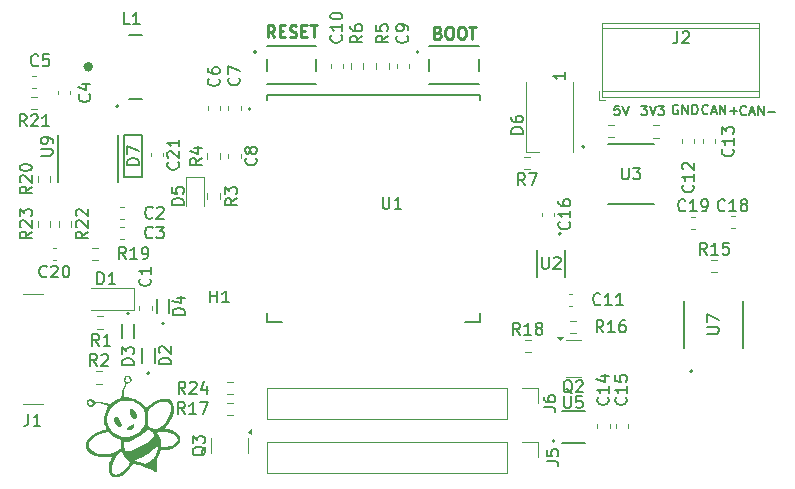
<source format=gbr>
%TF.GenerationSoftware,KiCad,Pcbnew,8.0.5*%
%TF.CreationDate,2024-09-28T10:08:31+02:00*%
%TF.ProjectId,Master,4d617374-6572-42e6-9b69-6361645f7063,rev?*%
%TF.SameCoordinates,Original*%
%TF.FileFunction,Legend,Top*%
%TF.FilePolarity,Positive*%
%FSLAX46Y46*%
G04 Gerber Fmt 4.6, Leading zero omitted, Abs format (unit mm)*
G04 Created by KiCad (PCBNEW 8.0.5) date 2024-09-28 10:08:31*
%MOMM*%
%LPD*%
G01*
G04 APERTURE LIST*
%ADD10C,0.150000*%
%ADD11C,0.250000*%
%ADD12C,0.120000*%
%ADD13C,0.000000*%
%ADD14C,0.127000*%
%ADD15C,0.200000*%
%ADD16C,0.400000*%
G04 APERTURE END LIST*
D10*
X94483207Y-36032390D02*
X94407017Y-35994295D01*
X94407017Y-35994295D02*
X94292731Y-35994295D01*
X94292731Y-35994295D02*
X94178445Y-36032390D01*
X94178445Y-36032390D02*
X94102255Y-36108580D01*
X94102255Y-36108580D02*
X94064160Y-36184771D01*
X94064160Y-36184771D02*
X94026064Y-36337152D01*
X94026064Y-36337152D02*
X94026064Y-36451438D01*
X94026064Y-36451438D02*
X94064160Y-36603819D01*
X94064160Y-36603819D02*
X94102255Y-36680009D01*
X94102255Y-36680009D02*
X94178445Y-36756200D01*
X94178445Y-36756200D02*
X94292731Y-36794295D01*
X94292731Y-36794295D02*
X94368922Y-36794295D01*
X94368922Y-36794295D02*
X94483207Y-36756200D01*
X94483207Y-36756200D02*
X94521303Y-36718104D01*
X94521303Y-36718104D02*
X94521303Y-36451438D01*
X94521303Y-36451438D02*
X94368922Y-36451438D01*
X94864160Y-36794295D02*
X94864160Y-35994295D01*
X94864160Y-35994295D02*
X95321303Y-36794295D01*
X95321303Y-36794295D02*
X95321303Y-35994295D01*
X95702255Y-36794295D02*
X95702255Y-35994295D01*
X95702255Y-35994295D02*
X95892731Y-35994295D01*
X95892731Y-35994295D02*
X96007017Y-36032390D01*
X96007017Y-36032390D02*
X96083207Y-36108580D01*
X96083207Y-36108580D02*
X96121302Y-36184771D01*
X96121302Y-36184771D02*
X96159398Y-36337152D01*
X96159398Y-36337152D02*
X96159398Y-36451438D01*
X96159398Y-36451438D02*
X96121302Y-36603819D01*
X96121302Y-36603819D02*
X96083207Y-36680009D01*
X96083207Y-36680009D02*
X96007017Y-36756200D01*
X96007017Y-36756200D02*
X95892731Y-36794295D01*
X95892731Y-36794295D02*
X95702255Y-36794295D01*
X100246303Y-36793104D02*
X100208207Y-36831200D01*
X100208207Y-36831200D02*
X100093922Y-36869295D01*
X100093922Y-36869295D02*
X100017731Y-36869295D01*
X100017731Y-36869295D02*
X99903445Y-36831200D01*
X99903445Y-36831200D02*
X99827255Y-36755009D01*
X99827255Y-36755009D02*
X99789160Y-36678819D01*
X99789160Y-36678819D02*
X99751064Y-36526438D01*
X99751064Y-36526438D02*
X99751064Y-36412152D01*
X99751064Y-36412152D02*
X99789160Y-36259771D01*
X99789160Y-36259771D02*
X99827255Y-36183580D01*
X99827255Y-36183580D02*
X99903445Y-36107390D01*
X99903445Y-36107390D02*
X100017731Y-36069295D01*
X100017731Y-36069295D02*
X100093922Y-36069295D01*
X100093922Y-36069295D02*
X100208207Y-36107390D01*
X100208207Y-36107390D02*
X100246303Y-36145485D01*
X100551064Y-36640723D02*
X100932017Y-36640723D01*
X100474874Y-36869295D02*
X100741541Y-36069295D01*
X100741541Y-36069295D02*
X101008207Y-36869295D01*
X101274874Y-36869295D02*
X101274874Y-36069295D01*
X101274874Y-36069295D02*
X101732017Y-36869295D01*
X101732017Y-36869295D02*
X101732017Y-36069295D01*
X102112969Y-36564533D02*
X102722493Y-36564533D01*
X97021303Y-36718104D02*
X96983207Y-36756200D01*
X96983207Y-36756200D02*
X96868922Y-36794295D01*
X96868922Y-36794295D02*
X96792731Y-36794295D01*
X96792731Y-36794295D02*
X96678445Y-36756200D01*
X96678445Y-36756200D02*
X96602255Y-36680009D01*
X96602255Y-36680009D02*
X96564160Y-36603819D01*
X96564160Y-36603819D02*
X96526064Y-36451438D01*
X96526064Y-36451438D02*
X96526064Y-36337152D01*
X96526064Y-36337152D02*
X96564160Y-36184771D01*
X96564160Y-36184771D02*
X96602255Y-36108580D01*
X96602255Y-36108580D02*
X96678445Y-36032390D01*
X96678445Y-36032390D02*
X96792731Y-35994295D01*
X96792731Y-35994295D02*
X96868922Y-35994295D01*
X96868922Y-35994295D02*
X96983207Y-36032390D01*
X96983207Y-36032390D02*
X97021303Y-36070485D01*
X97326064Y-36565723D02*
X97707017Y-36565723D01*
X97249874Y-36794295D02*
X97516541Y-35994295D01*
X97516541Y-35994295D02*
X97783207Y-36794295D01*
X98049874Y-36794295D02*
X98049874Y-35994295D01*
X98049874Y-35994295D02*
X98507017Y-36794295D01*
X98507017Y-36794295D02*
X98507017Y-35994295D01*
X98887969Y-36489533D02*
X99497493Y-36489533D01*
X99192731Y-36794295D02*
X99192731Y-36184771D01*
X91362969Y-36069295D02*
X91858207Y-36069295D01*
X91858207Y-36069295D02*
X91591541Y-36374057D01*
X91591541Y-36374057D02*
X91705826Y-36374057D01*
X91705826Y-36374057D02*
X91782017Y-36412152D01*
X91782017Y-36412152D02*
X91820112Y-36450247D01*
X91820112Y-36450247D02*
X91858207Y-36526438D01*
X91858207Y-36526438D02*
X91858207Y-36716914D01*
X91858207Y-36716914D02*
X91820112Y-36793104D01*
X91820112Y-36793104D02*
X91782017Y-36831200D01*
X91782017Y-36831200D02*
X91705826Y-36869295D01*
X91705826Y-36869295D02*
X91477255Y-36869295D01*
X91477255Y-36869295D02*
X91401064Y-36831200D01*
X91401064Y-36831200D02*
X91362969Y-36793104D01*
X92086779Y-36069295D02*
X92353446Y-36869295D01*
X92353446Y-36869295D02*
X92620112Y-36069295D01*
X92810588Y-36069295D02*
X93305826Y-36069295D01*
X93305826Y-36069295D02*
X93039160Y-36374057D01*
X93039160Y-36374057D02*
X93153445Y-36374057D01*
X93153445Y-36374057D02*
X93229636Y-36412152D01*
X93229636Y-36412152D02*
X93267731Y-36450247D01*
X93267731Y-36450247D02*
X93305826Y-36526438D01*
X93305826Y-36526438D02*
X93305826Y-36716914D01*
X93305826Y-36716914D02*
X93267731Y-36793104D01*
X93267731Y-36793104D02*
X93229636Y-36831200D01*
X93229636Y-36831200D02*
X93153445Y-36869295D01*
X93153445Y-36869295D02*
X92924874Y-36869295D01*
X92924874Y-36869295D02*
X92848683Y-36831200D01*
X92848683Y-36831200D02*
X92810588Y-36793104D01*
X89520112Y-36069295D02*
X89139160Y-36069295D01*
X89139160Y-36069295D02*
X89101064Y-36450247D01*
X89101064Y-36450247D02*
X89139160Y-36412152D01*
X89139160Y-36412152D02*
X89215350Y-36374057D01*
X89215350Y-36374057D02*
X89405826Y-36374057D01*
X89405826Y-36374057D02*
X89482017Y-36412152D01*
X89482017Y-36412152D02*
X89520112Y-36450247D01*
X89520112Y-36450247D02*
X89558207Y-36526438D01*
X89558207Y-36526438D02*
X89558207Y-36716914D01*
X89558207Y-36716914D02*
X89520112Y-36793104D01*
X89520112Y-36793104D02*
X89482017Y-36831200D01*
X89482017Y-36831200D02*
X89405826Y-36869295D01*
X89405826Y-36869295D02*
X89215350Y-36869295D01*
X89215350Y-36869295D02*
X89139160Y-36831200D01*
X89139160Y-36831200D02*
X89101064Y-36793104D01*
X89786779Y-36069295D02*
X90053446Y-36869295D01*
X90053446Y-36869295D02*
X90320112Y-36069295D01*
D11*
X60322996Y-30269619D02*
X59989663Y-29793428D01*
X59751568Y-30269619D02*
X59751568Y-29269619D01*
X59751568Y-29269619D02*
X60132520Y-29269619D01*
X60132520Y-29269619D02*
X60227758Y-29317238D01*
X60227758Y-29317238D02*
X60275377Y-29364857D01*
X60275377Y-29364857D02*
X60322996Y-29460095D01*
X60322996Y-29460095D02*
X60322996Y-29602952D01*
X60322996Y-29602952D02*
X60275377Y-29698190D01*
X60275377Y-29698190D02*
X60227758Y-29745809D01*
X60227758Y-29745809D02*
X60132520Y-29793428D01*
X60132520Y-29793428D02*
X59751568Y-29793428D01*
X60751568Y-29745809D02*
X61084901Y-29745809D01*
X61227758Y-30269619D02*
X60751568Y-30269619D01*
X60751568Y-30269619D02*
X60751568Y-29269619D01*
X60751568Y-29269619D02*
X61227758Y-29269619D01*
X61608711Y-30222000D02*
X61751568Y-30269619D01*
X61751568Y-30269619D02*
X61989663Y-30269619D01*
X61989663Y-30269619D02*
X62084901Y-30222000D01*
X62084901Y-30222000D02*
X62132520Y-30174380D01*
X62132520Y-30174380D02*
X62180139Y-30079142D01*
X62180139Y-30079142D02*
X62180139Y-29983904D01*
X62180139Y-29983904D02*
X62132520Y-29888666D01*
X62132520Y-29888666D02*
X62084901Y-29841047D01*
X62084901Y-29841047D02*
X61989663Y-29793428D01*
X61989663Y-29793428D02*
X61799187Y-29745809D01*
X61799187Y-29745809D02*
X61703949Y-29698190D01*
X61703949Y-29698190D02*
X61656330Y-29650571D01*
X61656330Y-29650571D02*
X61608711Y-29555333D01*
X61608711Y-29555333D02*
X61608711Y-29460095D01*
X61608711Y-29460095D02*
X61656330Y-29364857D01*
X61656330Y-29364857D02*
X61703949Y-29317238D01*
X61703949Y-29317238D02*
X61799187Y-29269619D01*
X61799187Y-29269619D02*
X62037282Y-29269619D01*
X62037282Y-29269619D02*
X62180139Y-29317238D01*
X62608711Y-29745809D02*
X62942044Y-29745809D01*
X63084901Y-30269619D02*
X62608711Y-30269619D01*
X62608711Y-30269619D02*
X62608711Y-29269619D01*
X62608711Y-29269619D02*
X63084901Y-29269619D01*
X63370616Y-29269619D02*
X63942044Y-29269619D01*
X63656330Y-30269619D02*
X63656330Y-29269619D01*
X74181901Y-29872809D02*
X74324758Y-29920428D01*
X74324758Y-29920428D02*
X74372377Y-29968047D01*
X74372377Y-29968047D02*
X74419996Y-30063285D01*
X74419996Y-30063285D02*
X74419996Y-30206142D01*
X74419996Y-30206142D02*
X74372377Y-30301380D01*
X74372377Y-30301380D02*
X74324758Y-30349000D01*
X74324758Y-30349000D02*
X74229520Y-30396619D01*
X74229520Y-30396619D02*
X73848568Y-30396619D01*
X73848568Y-30396619D02*
X73848568Y-29396619D01*
X73848568Y-29396619D02*
X74181901Y-29396619D01*
X74181901Y-29396619D02*
X74277139Y-29444238D01*
X74277139Y-29444238D02*
X74324758Y-29491857D01*
X74324758Y-29491857D02*
X74372377Y-29587095D01*
X74372377Y-29587095D02*
X74372377Y-29682333D01*
X74372377Y-29682333D02*
X74324758Y-29777571D01*
X74324758Y-29777571D02*
X74277139Y-29825190D01*
X74277139Y-29825190D02*
X74181901Y-29872809D01*
X74181901Y-29872809D02*
X73848568Y-29872809D01*
X75039044Y-29396619D02*
X75229520Y-29396619D01*
X75229520Y-29396619D02*
X75324758Y-29444238D01*
X75324758Y-29444238D02*
X75419996Y-29539476D01*
X75419996Y-29539476D02*
X75467615Y-29729952D01*
X75467615Y-29729952D02*
X75467615Y-30063285D01*
X75467615Y-30063285D02*
X75419996Y-30253761D01*
X75419996Y-30253761D02*
X75324758Y-30349000D01*
X75324758Y-30349000D02*
X75229520Y-30396619D01*
X75229520Y-30396619D02*
X75039044Y-30396619D01*
X75039044Y-30396619D02*
X74943806Y-30349000D01*
X74943806Y-30349000D02*
X74848568Y-30253761D01*
X74848568Y-30253761D02*
X74800949Y-30063285D01*
X74800949Y-30063285D02*
X74800949Y-29729952D01*
X74800949Y-29729952D02*
X74848568Y-29539476D01*
X74848568Y-29539476D02*
X74943806Y-29444238D01*
X74943806Y-29444238D02*
X75039044Y-29396619D01*
X76086663Y-29396619D02*
X76277139Y-29396619D01*
X76277139Y-29396619D02*
X76372377Y-29444238D01*
X76372377Y-29444238D02*
X76467615Y-29539476D01*
X76467615Y-29539476D02*
X76515234Y-29729952D01*
X76515234Y-29729952D02*
X76515234Y-30063285D01*
X76515234Y-30063285D02*
X76467615Y-30253761D01*
X76467615Y-30253761D02*
X76372377Y-30349000D01*
X76372377Y-30349000D02*
X76277139Y-30396619D01*
X76277139Y-30396619D02*
X76086663Y-30396619D01*
X76086663Y-30396619D02*
X75991425Y-30349000D01*
X75991425Y-30349000D02*
X75896187Y-30253761D01*
X75896187Y-30253761D02*
X75848568Y-30063285D01*
X75848568Y-30063285D02*
X75848568Y-29729952D01*
X75848568Y-29729952D02*
X75896187Y-29539476D01*
X75896187Y-29539476D02*
X75991425Y-29444238D01*
X75991425Y-29444238D02*
X76086663Y-29396619D01*
X76800949Y-29396619D02*
X77372377Y-29396619D01*
X77086663Y-30396619D02*
X77086663Y-29396619D01*
D10*
X57128819Y-43916666D02*
X56652628Y-44249999D01*
X57128819Y-44488094D02*
X56128819Y-44488094D01*
X56128819Y-44488094D02*
X56128819Y-44107142D01*
X56128819Y-44107142D02*
X56176438Y-44011904D01*
X56176438Y-44011904D02*
X56224057Y-43964285D01*
X56224057Y-43964285D02*
X56319295Y-43916666D01*
X56319295Y-43916666D02*
X56462152Y-43916666D01*
X56462152Y-43916666D02*
X56557390Y-43964285D01*
X56557390Y-43964285D02*
X56605009Y-44011904D01*
X56605009Y-44011904D02*
X56652628Y-44107142D01*
X56652628Y-44107142D02*
X56652628Y-44488094D01*
X56128819Y-43583332D02*
X56128819Y-42964285D01*
X56128819Y-42964285D02*
X56509771Y-43297618D01*
X56509771Y-43297618D02*
X56509771Y-43154761D01*
X56509771Y-43154761D02*
X56557390Y-43059523D01*
X56557390Y-43059523D02*
X56605009Y-43011904D01*
X56605009Y-43011904D02*
X56700247Y-42964285D01*
X56700247Y-42964285D02*
X56938342Y-42964285D01*
X56938342Y-42964285D02*
X57033580Y-43011904D01*
X57033580Y-43011904D02*
X57081200Y-43059523D01*
X57081200Y-43059523D02*
X57128819Y-43154761D01*
X57128819Y-43154761D02*
X57128819Y-43440475D01*
X57128819Y-43440475D02*
X57081200Y-43535713D01*
X57081200Y-43535713D02*
X57033580Y-43583332D01*
X39491666Y-62179819D02*
X39491666Y-62894104D01*
X39491666Y-62894104D02*
X39444047Y-63036961D01*
X39444047Y-63036961D02*
X39348809Y-63132200D01*
X39348809Y-63132200D02*
X39205952Y-63179819D01*
X39205952Y-63179819D02*
X39110714Y-63179819D01*
X40491666Y-63179819D02*
X39920238Y-63179819D01*
X40205952Y-63179819D02*
X40205952Y-62179819D01*
X40205952Y-62179819D02*
X40110714Y-62322676D01*
X40110714Y-62322676D02*
X40015476Y-62417914D01*
X40015476Y-62417914D02*
X39920238Y-62465533D01*
X45336905Y-51179819D02*
X45336905Y-50179819D01*
X45336905Y-50179819D02*
X45575000Y-50179819D01*
X45575000Y-50179819D02*
X45717857Y-50227438D01*
X45717857Y-50227438D02*
X45813095Y-50322676D01*
X45813095Y-50322676D02*
X45860714Y-50417914D01*
X45860714Y-50417914D02*
X45908333Y-50608390D01*
X45908333Y-50608390D02*
X45908333Y-50751247D01*
X45908333Y-50751247D02*
X45860714Y-50941723D01*
X45860714Y-50941723D02*
X45813095Y-51036961D01*
X45813095Y-51036961D02*
X45717857Y-51132200D01*
X45717857Y-51132200D02*
X45575000Y-51179819D01*
X45575000Y-51179819D02*
X45336905Y-51179819D01*
X46860714Y-51179819D02*
X46289286Y-51179819D01*
X46575000Y-51179819D02*
X46575000Y-50179819D01*
X46575000Y-50179819D02*
X46479762Y-50322676D01*
X46479762Y-50322676D02*
X46384524Y-50417914D01*
X46384524Y-50417914D02*
X46289286Y-50465533D01*
X49759580Y-50716666D02*
X49807200Y-50764285D01*
X49807200Y-50764285D02*
X49854819Y-50907142D01*
X49854819Y-50907142D02*
X49854819Y-51002380D01*
X49854819Y-51002380D02*
X49807200Y-51145237D01*
X49807200Y-51145237D02*
X49711961Y-51240475D01*
X49711961Y-51240475D02*
X49616723Y-51288094D01*
X49616723Y-51288094D02*
X49426247Y-51335713D01*
X49426247Y-51335713D02*
X49283390Y-51335713D01*
X49283390Y-51335713D02*
X49092914Y-51288094D01*
X49092914Y-51288094D02*
X48997676Y-51240475D01*
X48997676Y-51240475D02*
X48902438Y-51145237D01*
X48902438Y-51145237D02*
X48854819Y-51002380D01*
X48854819Y-51002380D02*
X48854819Y-50907142D01*
X48854819Y-50907142D02*
X48902438Y-50764285D01*
X48902438Y-50764285D02*
X48950057Y-50716666D01*
X49854819Y-49764285D02*
X49854819Y-50335713D01*
X49854819Y-50049999D02*
X48854819Y-50049999D01*
X48854819Y-50049999D02*
X48997676Y-50145237D01*
X48997676Y-50145237D02*
X49092914Y-50240475D01*
X49092914Y-50240475D02*
X49140533Y-50335713D01*
X39765819Y-42920857D02*
X39289628Y-43254190D01*
X39765819Y-43492285D02*
X38765819Y-43492285D01*
X38765819Y-43492285D02*
X38765819Y-43111333D01*
X38765819Y-43111333D02*
X38813438Y-43016095D01*
X38813438Y-43016095D02*
X38861057Y-42968476D01*
X38861057Y-42968476D02*
X38956295Y-42920857D01*
X38956295Y-42920857D02*
X39099152Y-42920857D01*
X39099152Y-42920857D02*
X39194390Y-42968476D01*
X39194390Y-42968476D02*
X39242009Y-43016095D01*
X39242009Y-43016095D02*
X39289628Y-43111333D01*
X39289628Y-43111333D02*
X39289628Y-43492285D01*
X38861057Y-42539904D02*
X38813438Y-42492285D01*
X38813438Y-42492285D02*
X38765819Y-42397047D01*
X38765819Y-42397047D02*
X38765819Y-42158952D01*
X38765819Y-42158952D02*
X38813438Y-42063714D01*
X38813438Y-42063714D02*
X38861057Y-42016095D01*
X38861057Y-42016095D02*
X38956295Y-41968476D01*
X38956295Y-41968476D02*
X39051533Y-41968476D01*
X39051533Y-41968476D02*
X39194390Y-42016095D01*
X39194390Y-42016095D02*
X39765819Y-42587523D01*
X39765819Y-42587523D02*
X39765819Y-41968476D01*
X38765819Y-41349428D02*
X38765819Y-41254190D01*
X38765819Y-41254190D02*
X38813438Y-41158952D01*
X38813438Y-41158952D02*
X38861057Y-41111333D01*
X38861057Y-41111333D02*
X38956295Y-41063714D01*
X38956295Y-41063714D02*
X39146771Y-41016095D01*
X39146771Y-41016095D02*
X39384866Y-41016095D01*
X39384866Y-41016095D02*
X39575342Y-41063714D01*
X39575342Y-41063714D02*
X39670580Y-41111333D01*
X39670580Y-41111333D02*
X39718200Y-41158952D01*
X39718200Y-41158952D02*
X39765819Y-41254190D01*
X39765819Y-41254190D02*
X39765819Y-41349428D01*
X39765819Y-41349428D02*
X39718200Y-41444666D01*
X39718200Y-41444666D02*
X39670580Y-41492285D01*
X39670580Y-41492285D02*
X39575342Y-41539904D01*
X39575342Y-41539904D02*
X39384866Y-41587523D01*
X39384866Y-41587523D02*
X39146771Y-41587523D01*
X39146771Y-41587523D02*
X38956295Y-41539904D01*
X38956295Y-41539904D02*
X38861057Y-41492285D01*
X38861057Y-41492285D02*
X38813438Y-41444666D01*
X38813438Y-41444666D02*
X38765819Y-41349428D01*
X99109580Y-39742857D02*
X99157200Y-39790476D01*
X99157200Y-39790476D02*
X99204819Y-39933333D01*
X99204819Y-39933333D02*
X99204819Y-40028571D01*
X99204819Y-40028571D02*
X99157200Y-40171428D01*
X99157200Y-40171428D02*
X99061961Y-40266666D01*
X99061961Y-40266666D02*
X98966723Y-40314285D01*
X98966723Y-40314285D02*
X98776247Y-40361904D01*
X98776247Y-40361904D02*
X98633390Y-40361904D01*
X98633390Y-40361904D02*
X98442914Y-40314285D01*
X98442914Y-40314285D02*
X98347676Y-40266666D01*
X98347676Y-40266666D02*
X98252438Y-40171428D01*
X98252438Y-40171428D02*
X98204819Y-40028571D01*
X98204819Y-40028571D02*
X98204819Y-39933333D01*
X98204819Y-39933333D02*
X98252438Y-39790476D01*
X98252438Y-39790476D02*
X98300057Y-39742857D01*
X99204819Y-38790476D02*
X99204819Y-39361904D01*
X99204819Y-39076190D02*
X98204819Y-39076190D01*
X98204819Y-39076190D02*
X98347676Y-39171428D01*
X98347676Y-39171428D02*
X98442914Y-39266666D01*
X98442914Y-39266666D02*
X98490533Y-39361904D01*
X98204819Y-38457142D02*
X98204819Y-37838095D01*
X98204819Y-37838095D02*
X98585771Y-38171428D01*
X98585771Y-38171428D02*
X98585771Y-38028571D01*
X98585771Y-38028571D02*
X98633390Y-37933333D01*
X98633390Y-37933333D02*
X98681009Y-37885714D01*
X98681009Y-37885714D02*
X98776247Y-37838095D01*
X98776247Y-37838095D02*
X99014342Y-37838095D01*
X99014342Y-37838095D02*
X99109580Y-37885714D01*
X99109580Y-37885714D02*
X99157200Y-37933333D01*
X99157200Y-37933333D02*
X99204819Y-38028571D01*
X99204819Y-38028571D02*
X99204819Y-38314285D01*
X99204819Y-38314285D02*
X99157200Y-38409523D01*
X99157200Y-38409523D02*
X99109580Y-38457142D01*
X57309580Y-33716666D02*
X57357200Y-33764285D01*
X57357200Y-33764285D02*
X57404819Y-33907142D01*
X57404819Y-33907142D02*
X57404819Y-34002380D01*
X57404819Y-34002380D02*
X57357200Y-34145237D01*
X57357200Y-34145237D02*
X57261961Y-34240475D01*
X57261961Y-34240475D02*
X57166723Y-34288094D01*
X57166723Y-34288094D02*
X56976247Y-34335713D01*
X56976247Y-34335713D02*
X56833390Y-34335713D01*
X56833390Y-34335713D02*
X56642914Y-34288094D01*
X56642914Y-34288094D02*
X56547676Y-34240475D01*
X56547676Y-34240475D02*
X56452438Y-34145237D01*
X56452438Y-34145237D02*
X56404819Y-34002380D01*
X56404819Y-34002380D02*
X56404819Y-33907142D01*
X56404819Y-33907142D02*
X56452438Y-33764285D01*
X56452438Y-33764285D02*
X56500057Y-33716666D01*
X56404819Y-33383332D02*
X56404819Y-32716666D01*
X56404819Y-32716666D02*
X57404819Y-33145237D01*
X54500057Y-64945238D02*
X54452438Y-65040476D01*
X54452438Y-65040476D02*
X54357200Y-65135714D01*
X54357200Y-65135714D02*
X54214342Y-65278571D01*
X54214342Y-65278571D02*
X54166723Y-65373809D01*
X54166723Y-65373809D02*
X54166723Y-65469047D01*
X54404819Y-65421428D02*
X54357200Y-65516666D01*
X54357200Y-65516666D02*
X54261961Y-65611904D01*
X54261961Y-65611904D02*
X54071485Y-65659523D01*
X54071485Y-65659523D02*
X53738152Y-65659523D01*
X53738152Y-65659523D02*
X53547676Y-65611904D01*
X53547676Y-65611904D02*
X53452438Y-65516666D01*
X53452438Y-65516666D02*
X53404819Y-65421428D01*
X53404819Y-65421428D02*
X53404819Y-65230952D01*
X53404819Y-65230952D02*
X53452438Y-65135714D01*
X53452438Y-65135714D02*
X53547676Y-65040476D01*
X53547676Y-65040476D02*
X53738152Y-64992857D01*
X53738152Y-64992857D02*
X54071485Y-64992857D01*
X54071485Y-64992857D02*
X54261961Y-65040476D01*
X54261961Y-65040476D02*
X54357200Y-65135714D01*
X54357200Y-65135714D02*
X54404819Y-65230952D01*
X54404819Y-65230952D02*
X54404819Y-65421428D01*
X53404819Y-64659523D02*
X53404819Y-64040476D01*
X53404819Y-64040476D02*
X53785771Y-64373809D01*
X53785771Y-64373809D02*
X53785771Y-64230952D01*
X53785771Y-64230952D02*
X53833390Y-64135714D01*
X53833390Y-64135714D02*
X53881009Y-64088095D01*
X53881009Y-64088095D02*
X53976247Y-64040476D01*
X53976247Y-64040476D02*
X54214342Y-64040476D01*
X54214342Y-64040476D02*
X54309580Y-64088095D01*
X54309580Y-64088095D02*
X54357200Y-64135714D01*
X54357200Y-64135714D02*
X54404819Y-64230952D01*
X54404819Y-64230952D02*
X54404819Y-64516666D01*
X54404819Y-64516666D02*
X54357200Y-64611904D01*
X54357200Y-64611904D02*
X54309580Y-64659523D01*
X52629819Y-44463094D02*
X51629819Y-44463094D01*
X51629819Y-44463094D02*
X51629819Y-44224999D01*
X51629819Y-44224999D02*
X51677438Y-44082142D01*
X51677438Y-44082142D02*
X51772676Y-43986904D01*
X51772676Y-43986904D02*
X51867914Y-43939285D01*
X51867914Y-43939285D02*
X52058390Y-43891666D01*
X52058390Y-43891666D02*
X52201247Y-43891666D01*
X52201247Y-43891666D02*
X52391723Y-43939285D01*
X52391723Y-43939285D02*
X52486961Y-43986904D01*
X52486961Y-43986904D02*
X52582200Y-44082142D01*
X52582200Y-44082142D02*
X52629819Y-44224999D01*
X52629819Y-44224999D02*
X52629819Y-44463094D01*
X51629819Y-42986904D02*
X51629819Y-43463094D01*
X51629819Y-43463094D02*
X52106009Y-43510713D01*
X52106009Y-43510713D02*
X52058390Y-43463094D01*
X52058390Y-43463094D02*
X52010771Y-43367856D01*
X52010771Y-43367856D02*
X52010771Y-43129761D01*
X52010771Y-43129761D02*
X52058390Y-43034523D01*
X52058390Y-43034523D02*
X52106009Y-42986904D01*
X52106009Y-42986904D02*
X52201247Y-42939285D01*
X52201247Y-42939285D02*
X52439342Y-42939285D01*
X52439342Y-42939285D02*
X52534580Y-42986904D01*
X52534580Y-42986904D02*
X52582200Y-43034523D01*
X52582200Y-43034523D02*
X52629819Y-43129761D01*
X52629819Y-43129761D02*
X52629819Y-43367856D01*
X52629819Y-43367856D02*
X52582200Y-43463094D01*
X52582200Y-43463094D02*
X52534580Y-43510713D01*
X95107142Y-44909580D02*
X95059523Y-44957200D01*
X95059523Y-44957200D02*
X94916666Y-45004819D01*
X94916666Y-45004819D02*
X94821428Y-45004819D01*
X94821428Y-45004819D02*
X94678571Y-44957200D01*
X94678571Y-44957200D02*
X94583333Y-44861961D01*
X94583333Y-44861961D02*
X94535714Y-44766723D01*
X94535714Y-44766723D02*
X94488095Y-44576247D01*
X94488095Y-44576247D02*
X94488095Y-44433390D01*
X94488095Y-44433390D02*
X94535714Y-44242914D01*
X94535714Y-44242914D02*
X94583333Y-44147676D01*
X94583333Y-44147676D02*
X94678571Y-44052438D01*
X94678571Y-44052438D02*
X94821428Y-44004819D01*
X94821428Y-44004819D02*
X94916666Y-44004819D01*
X94916666Y-44004819D02*
X95059523Y-44052438D01*
X95059523Y-44052438D02*
X95107142Y-44100057D01*
X96059523Y-45004819D02*
X95488095Y-45004819D01*
X95773809Y-45004819D02*
X95773809Y-44004819D01*
X95773809Y-44004819D02*
X95678571Y-44147676D01*
X95678571Y-44147676D02*
X95583333Y-44242914D01*
X95583333Y-44242914D02*
X95488095Y-44290533D01*
X96535714Y-45004819D02*
X96726190Y-45004819D01*
X96726190Y-45004819D02*
X96821428Y-44957200D01*
X96821428Y-44957200D02*
X96869047Y-44909580D01*
X96869047Y-44909580D02*
X96964285Y-44766723D01*
X96964285Y-44766723D02*
X97011904Y-44576247D01*
X97011904Y-44576247D02*
X97011904Y-44195295D01*
X97011904Y-44195295D02*
X96964285Y-44100057D01*
X96964285Y-44100057D02*
X96916666Y-44052438D01*
X96916666Y-44052438D02*
X96821428Y-44004819D01*
X96821428Y-44004819D02*
X96630952Y-44004819D01*
X96630952Y-44004819D02*
X96535714Y-44052438D01*
X96535714Y-44052438D02*
X96488095Y-44100057D01*
X96488095Y-44100057D02*
X96440476Y-44195295D01*
X96440476Y-44195295D02*
X96440476Y-44433390D01*
X96440476Y-44433390D02*
X96488095Y-44528628D01*
X96488095Y-44528628D02*
X96535714Y-44576247D01*
X96535714Y-44576247D02*
X96630952Y-44623866D01*
X96630952Y-44623866D02*
X96821428Y-44623866D01*
X96821428Y-44623866D02*
X96916666Y-44576247D01*
X96916666Y-44576247D02*
X96964285Y-44528628D01*
X96964285Y-44528628D02*
X97011904Y-44433390D01*
X55584580Y-33766666D02*
X55632200Y-33814285D01*
X55632200Y-33814285D02*
X55679819Y-33957142D01*
X55679819Y-33957142D02*
X55679819Y-34052380D01*
X55679819Y-34052380D02*
X55632200Y-34195237D01*
X55632200Y-34195237D02*
X55536961Y-34290475D01*
X55536961Y-34290475D02*
X55441723Y-34338094D01*
X55441723Y-34338094D02*
X55251247Y-34385713D01*
X55251247Y-34385713D02*
X55108390Y-34385713D01*
X55108390Y-34385713D02*
X54917914Y-34338094D01*
X54917914Y-34338094D02*
X54822676Y-34290475D01*
X54822676Y-34290475D02*
X54727438Y-34195237D01*
X54727438Y-34195237D02*
X54679819Y-34052380D01*
X54679819Y-34052380D02*
X54679819Y-33957142D01*
X54679819Y-33957142D02*
X54727438Y-33814285D01*
X54727438Y-33814285D02*
X54775057Y-33766666D01*
X54679819Y-32909523D02*
X54679819Y-33099999D01*
X54679819Y-33099999D02*
X54727438Y-33195237D01*
X54727438Y-33195237D02*
X54775057Y-33242856D01*
X54775057Y-33242856D02*
X54917914Y-33338094D01*
X54917914Y-33338094D02*
X55108390Y-33385713D01*
X55108390Y-33385713D02*
X55489342Y-33385713D01*
X55489342Y-33385713D02*
X55584580Y-33338094D01*
X55584580Y-33338094D02*
X55632200Y-33290475D01*
X55632200Y-33290475D02*
X55679819Y-33195237D01*
X55679819Y-33195237D02*
X55679819Y-33004761D01*
X55679819Y-33004761D02*
X55632200Y-32909523D01*
X55632200Y-32909523D02*
X55584580Y-32861904D01*
X55584580Y-32861904D02*
X55489342Y-32814285D01*
X55489342Y-32814285D02*
X55251247Y-32814285D01*
X55251247Y-32814285D02*
X55156009Y-32861904D01*
X55156009Y-32861904D02*
X55108390Y-32909523D01*
X55108390Y-32909523D02*
X55060771Y-33004761D01*
X55060771Y-33004761D02*
X55060771Y-33195237D01*
X55060771Y-33195237D02*
X55108390Y-33290475D01*
X55108390Y-33290475D02*
X55156009Y-33338094D01*
X55156009Y-33338094D02*
X55251247Y-33385713D01*
X54904095Y-52728819D02*
X54904095Y-51728819D01*
X54904095Y-52205009D02*
X55475523Y-52205009D01*
X55475523Y-52728819D02*
X55475523Y-51728819D01*
X56475523Y-52728819D02*
X55904095Y-52728819D01*
X56189809Y-52728819D02*
X56189809Y-51728819D01*
X56189809Y-51728819D02*
X56094571Y-51871676D01*
X56094571Y-51871676D02*
X55999333Y-51966914D01*
X55999333Y-51966914D02*
X55904095Y-52014533D01*
X67747819Y-30139666D02*
X67271628Y-30472999D01*
X67747819Y-30711094D02*
X66747819Y-30711094D01*
X66747819Y-30711094D02*
X66747819Y-30330142D01*
X66747819Y-30330142D02*
X66795438Y-30234904D01*
X66795438Y-30234904D02*
X66843057Y-30187285D01*
X66843057Y-30187285D02*
X66938295Y-30139666D01*
X66938295Y-30139666D02*
X67081152Y-30139666D01*
X67081152Y-30139666D02*
X67176390Y-30187285D01*
X67176390Y-30187285D02*
X67224009Y-30234904D01*
X67224009Y-30234904D02*
X67271628Y-30330142D01*
X67271628Y-30330142D02*
X67271628Y-30711094D01*
X66747819Y-29282523D02*
X66747819Y-29472999D01*
X66747819Y-29472999D02*
X66795438Y-29568237D01*
X66795438Y-29568237D02*
X66843057Y-29615856D01*
X66843057Y-29615856D02*
X66985914Y-29711094D01*
X66985914Y-29711094D02*
X67176390Y-29758713D01*
X67176390Y-29758713D02*
X67557342Y-29758713D01*
X67557342Y-29758713D02*
X67652580Y-29711094D01*
X67652580Y-29711094D02*
X67700200Y-29663475D01*
X67700200Y-29663475D02*
X67747819Y-29568237D01*
X67747819Y-29568237D02*
X67747819Y-29377761D01*
X67747819Y-29377761D02*
X67700200Y-29282523D01*
X67700200Y-29282523D02*
X67652580Y-29234904D01*
X67652580Y-29234904D02*
X67557342Y-29187285D01*
X67557342Y-29187285D02*
X67319247Y-29187285D01*
X67319247Y-29187285D02*
X67224009Y-29234904D01*
X67224009Y-29234904D02*
X67176390Y-29282523D01*
X67176390Y-29282523D02*
X67128771Y-29377761D01*
X67128771Y-29377761D02*
X67128771Y-29568237D01*
X67128771Y-29568237D02*
X67176390Y-29663475D01*
X67176390Y-29663475D02*
X67224009Y-29711094D01*
X67224009Y-29711094D02*
X67319247Y-29758713D01*
X87916142Y-52862580D02*
X87868523Y-52910200D01*
X87868523Y-52910200D02*
X87725666Y-52957819D01*
X87725666Y-52957819D02*
X87630428Y-52957819D01*
X87630428Y-52957819D02*
X87487571Y-52910200D01*
X87487571Y-52910200D02*
X87392333Y-52814961D01*
X87392333Y-52814961D02*
X87344714Y-52719723D01*
X87344714Y-52719723D02*
X87297095Y-52529247D01*
X87297095Y-52529247D02*
X87297095Y-52386390D01*
X87297095Y-52386390D02*
X87344714Y-52195914D01*
X87344714Y-52195914D02*
X87392333Y-52100676D01*
X87392333Y-52100676D02*
X87487571Y-52005438D01*
X87487571Y-52005438D02*
X87630428Y-51957819D01*
X87630428Y-51957819D02*
X87725666Y-51957819D01*
X87725666Y-51957819D02*
X87868523Y-52005438D01*
X87868523Y-52005438D02*
X87916142Y-52053057D01*
X88868523Y-52957819D02*
X88297095Y-52957819D01*
X88582809Y-52957819D02*
X88582809Y-51957819D01*
X88582809Y-51957819D02*
X88487571Y-52100676D01*
X88487571Y-52100676D02*
X88392333Y-52195914D01*
X88392333Y-52195914D02*
X88297095Y-52243533D01*
X89820904Y-52957819D02*
X89249476Y-52957819D01*
X89535190Y-52957819D02*
X89535190Y-51957819D01*
X89535190Y-51957819D02*
X89439952Y-52100676D01*
X89439952Y-52100676D02*
X89344714Y-52195914D01*
X89344714Y-52195914D02*
X89249476Y-52243533D01*
X88170142Y-55243819D02*
X87836809Y-54767628D01*
X87598714Y-55243819D02*
X87598714Y-54243819D01*
X87598714Y-54243819D02*
X87979666Y-54243819D01*
X87979666Y-54243819D02*
X88074904Y-54291438D01*
X88074904Y-54291438D02*
X88122523Y-54339057D01*
X88122523Y-54339057D02*
X88170142Y-54434295D01*
X88170142Y-54434295D02*
X88170142Y-54577152D01*
X88170142Y-54577152D02*
X88122523Y-54672390D01*
X88122523Y-54672390D02*
X88074904Y-54720009D01*
X88074904Y-54720009D02*
X87979666Y-54767628D01*
X87979666Y-54767628D02*
X87598714Y-54767628D01*
X89122523Y-55243819D02*
X88551095Y-55243819D01*
X88836809Y-55243819D02*
X88836809Y-54243819D01*
X88836809Y-54243819D02*
X88741571Y-54386676D01*
X88741571Y-54386676D02*
X88646333Y-54481914D01*
X88646333Y-54481914D02*
X88551095Y-54529533D01*
X89979666Y-54243819D02*
X89789190Y-54243819D01*
X89789190Y-54243819D02*
X89693952Y-54291438D01*
X89693952Y-54291438D02*
X89646333Y-54339057D01*
X89646333Y-54339057D02*
X89551095Y-54481914D01*
X89551095Y-54481914D02*
X89503476Y-54672390D01*
X89503476Y-54672390D02*
X89503476Y-55053342D01*
X89503476Y-55053342D02*
X89551095Y-55148580D01*
X89551095Y-55148580D02*
X89598714Y-55196200D01*
X89598714Y-55196200D02*
X89693952Y-55243819D01*
X89693952Y-55243819D02*
X89884428Y-55243819D01*
X89884428Y-55243819D02*
X89979666Y-55196200D01*
X89979666Y-55196200D02*
X90027285Y-55148580D01*
X90027285Y-55148580D02*
X90074904Y-55053342D01*
X90074904Y-55053342D02*
X90074904Y-54815247D01*
X90074904Y-54815247D02*
X90027285Y-54720009D01*
X90027285Y-54720009D02*
X89979666Y-54672390D01*
X89979666Y-54672390D02*
X89884428Y-54624771D01*
X89884428Y-54624771D02*
X89693952Y-54624771D01*
X89693952Y-54624771D02*
X89598714Y-54672390D01*
X89598714Y-54672390D02*
X89551095Y-54720009D01*
X89551095Y-54720009D02*
X89503476Y-54815247D01*
X52149580Y-40853357D02*
X52197200Y-40900976D01*
X52197200Y-40900976D02*
X52244819Y-41043833D01*
X52244819Y-41043833D02*
X52244819Y-41139071D01*
X52244819Y-41139071D02*
X52197200Y-41281928D01*
X52197200Y-41281928D02*
X52101961Y-41377166D01*
X52101961Y-41377166D02*
X52006723Y-41424785D01*
X52006723Y-41424785D02*
X51816247Y-41472404D01*
X51816247Y-41472404D02*
X51673390Y-41472404D01*
X51673390Y-41472404D02*
X51482914Y-41424785D01*
X51482914Y-41424785D02*
X51387676Y-41377166D01*
X51387676Y-41377166D02*
X51292438Y-41281928D01*
X51292438Y-41281928D02*
X51244819Y-41139071D01*
X51244819Y-41139071D02*
X51244819Y-41043833D01*
X51244819Y-41043833D02*
X51292438Y-40900976D01*
X51292438Y-40900976D02*
X51340057Y-40853357D01*
X51340057Y-40472404D02*
X51292438Y-40424785D01*
X51292438Y-40424785D02*
X51244819Y-40329547D01*
X51244819Y-40329547D02*
X51244819Y-40091452D01*
X51244819Y-40091452D02*
X51292438Y-39996214D01*
X51292438Y-39996214D02*
X51340057Y-39948595D01*
X51340057Y-39948595D02*
X51435295Y-39900976D01*
X51435295Y-39900976D02*
X51530533Y-39900976D01*
X51530533Y-39900976D02*
X51673390Y-39948595D01*
X51673390Y-39948595D02*
X52244819Y-40520023D01*
X52244819Y-40520023D02*
X52244819Y-39900976D01*
X52244819Y-38948595D02*
X52244819Y-39520023D01*
X52244819Y-39234309D02*
X51244819Y-39234309D01*
X51244819Y-39234309D02*
X51387676Y-39329547D01*
X51387676Y-39329547D02*
X51482914Y-39424785D01*
X51482914Y-39424785D02*
X51530533Y-39520023D01*
X47732142Y-49029819D02*
X47398809Y-48553628D01*
X47160714Y-49029819D02*
X47160714Y-48029819D01*
X47160714Y-48029819D02*
X47541666Y-48029819D01*
X47541666Y-48029819D02*
X47636904Y-48077438D01*
X47636904Y-48077438D02*
X47684523Y-48125057D01*
X47684523Y-48125057D02*
X47732142Y-48220295D01*
X47732142Y-48220295D02*
X47732142Y-48363152D01*
X47732142Y-48363152D02*
X47684523Y-48458390D01*
X47684523Y-48458390D02*
X47636904Y-48506009D01*
X47636904Y-48506009D02*
X47541666Y-48553628D01*
X47541666Y-48553628D02*
X47160714Y-48553628D01*
X48684523Y-49029819D02*
X48113095Y-49029819D01*
X48398809Y-49029819D02*
X48398809Y-48029819D01*
X48398809Y-48029819D02*
X48303571Y-48172676D01*
X48303571Y-48172676D02*
X48208333Y-48267914D01*
X48208333Y-48267914D02*
X48113095Y-48315533D01*
X49160714Y-49029819D02*
X49351190Y-49029819D01*
X49351190Y-49029819D02*
X49446428Y-48982200D01*
X49446428Y-48982200D02*
X49494047Y-48934580D01*
X49494047Y-48934580D02*
X49589285Y-48791723D01*
X49589285Y-48791723D02*
X49636904Y-48601247D01*
X49636904Y-48601247D02*
X49636904Y-48220295D01*
X49636904Y-48220295D02*
X49589285Y-48125057D01*
X49589285Y-48125057D02*
X49541666Y-48077438D01*
X49541666Y-48077438D02*
X49446428Y-48029819D01*
X49446428Y-48029819D02*
X49255952Y-48029819D01*
X49255952Y-48029819D02*
X49160714Y-48077438D01*
X49160714Y-48077438D02*
X49113095Y-48125057D01*
X49113095Y-48125057D02*
X49065476Y-48220295D01*
X49065476Y-48220295D02*
X49065476Y-48458390D01*
X49065476Y-48458390D02*
X49113095Y-48553628D01*
X49113095Y-48553628D02*
X49160714Y-48601247D01*
X49160714Y-48601247D02*
X49255952Y-48648866D01*
X49255952Y-48648866D02*
X49446428Y-48648866D01*
X49446428Y-48648866D02*
X49541666Y-48601247D01*
X49541666Y-48601247D02*
X49589285Y-48553628D01*
X49589285Y-48553628D02*
X49636904Y-48458390D01*
X48829819Y-41063094D02*
X47829819Y-41063094D01*
X47829819Y-41063094D02*
X47829819Y-40824999D01*
X47829819Y-40824999D02*
X47877438Y-40682142D01*
X47877438Y-40682142D02*
X47972676Y-40586904D01*
X47972676Y-40586904D02*
X48067914Y-40539285D01*
X48067914Y-40539285D02*
X48258390Y-40491666D01*
X48258390Y-40491666D02*
X48401247Y-40491666D01*
X48401247Y-40491666D02*
X48591723Y-40539285D01*
X48591723Y-40539285D02*
X48686961Y-40586904D01*
X48686961Y-40586904D02*
X48782200Y-40682142D01*
X48782200Y-40682142D02*
X48829819Y-40824999D01*
X48829819Y-40824999D02*
X48829819Y-41063094D01*
X47829819Y-40158332D02*
X47829819Y-39491666D01*
X47829819Y-39491666D02*
X48829819Y-39920237D01*
X85268580Y-45906857D02*
X85316200Y-45954476D01*
X85316200Y-45954476D02*
X85363819Y-46097333D01*
X85363819Y-46097333D02*
X85363819Y-46192571D01*
X85363819Y-46192571D02*
X85316200Y-46335428D01*
X85316200Y-46335428D02*
X85220961Y-46430666D01*
X85220961Y-46430666D02*
X85125723Y-46478285D01*
X85125723Y-46478285D02*
X84935247Y-46525904D01*
X84935247Y-46525904D02*
X84792390Y-46525904D01*
X84792390Y-46525904D02*
X84601914Y-46478285D01*
X84601914Y-46478285D02*
X84506676Y-46430666D01*
X84506676Y-46430666D02*
X84411438Y-46335428D01*
X84411438Y-46335428D02*
X84363819Y-46192571D01*
X84363819Y-46192571D02*
X84363819Y-46097333D01*
X84363819Y-46097333D02*
X84411438Y-45954476D01*
X84411438Y-45954476D02*
X84459057Y-45906857D01*
X85363819Y-44954476D02*
X85363819Y-45525904D01*
X85363819Y-45240190D02*
X84363819Y-45240190D01*
X84363819Y-45240190D02*
X84506676Y-45335428D01*
X84506676Y-45335428D02*
X84601914Y-45430666D01*
X84601914Y-45430666D02*
X84649533Y-45525904D01*
X84363819Y-44097333D02*
X84363819Y-44287809D01*
X84363819Y-44287809D02*
X84411438Y-44383047D01*
X84411438Y-44383047D02*
X84459057Y-44430666D01*
X84459057Y-44430666D02*
X84601914Y-44525904D01*
X84601914Y-44525904D02*
X84792390Y-44573523D01*
X84792390Y-44573523D02*
X85173342Y-44573523D01*
X85173342Y-44573523D02*
X85268580Y-44525904D01*
X85268580Y-44525904D02*
X85316200Y-44478285D01*
X85316200Y-44478285D02*
X85363819Y-44383047D01*
X85363819Y-44383047D02*
X85363819Y-44192571D01*
X85363819Y-44192571D02*
X85316200Y-44097333D01*
X85316200Y-44097333D02*
X85268580Y-44049714D01*
X85268580Y-44049714D02*
X85173342Y-44002095D01*
X85173342Y-44002095D02*
X84935247Y-44002095D01*
X84935247Y-44002095D02*
X84840009Y-44049714D01*
X84840009Y-44049714D02*
X84792390Y-44097333D01*
X84792390Y-44097333D02*
X84744771Y-44192571D01*
X84744771Y-44192571D02*
X84744771Y-44383047D01*
X84744771Y-44383047D02*
X84792390Y-44478285D01*
X84792390Y-44478285D02*
X84840009Y-44525904D01*
X84840009Y-44525904D02*
X84935247Y-44573523D01*
X84838095Y-60654819D02*
X84838095Y-61464342D01*
X84838095Y-61464342D02*
X84885714Y-61559580D01*
X84885714Y-61559580D02*
X84933333Y-61607200D01*
X84933333Y-61607200D02*
X85028571Y-61654819D01*
X85028571Y-61654819D02*
X85219047Y-61654819D01*
X85219047Y-61654819D02*
X85314285Y-61607200D01*
X85314285Y-61607200D02*
X85361904Y-61559580D01*
X85361904Y-61559580D02*
X85409523Y-61464342D01*
X85409523Y-61464342D02*
X85409523Y-60654819D01*
X86361904Y-60654819D02*
X85885714Y-60654819D01*
X85885714Y-60654819D02*
X85838095Y-61131009D01*
X85838095Y-61131009D02*
X85885714Y-61083390D01*
X85885714Y-61083390D02*
X85980952Y-61035771D01*
X85980952Y-61035771D02*
X86219047Y-61035771D01*
X86219047Y-61035771D02*
X86314285Y-61083390D01*
X86314285Y-61083390D02*
X86361904Y-61131009D01*
X86361904Y-61131009D02*
X86409523Y-61226247D01*
X86409523Y-61226247D02*
X86409523Y-61464342D01*
X86409523Y-61464342D02*
X86361904Y-61559580D01*
X86361904Y-61559580D02*
X86314285Y-61607200D01*
X86314285Y-61607200D02*
X86219047Y-61654819D01*
X86219047Y-61654819D02*
X85980952Y-61654819D01*
X85980952Y-61654819D02*
X85885714Y-61607200D01*
X85885714Y-61607200D02*
X85838095Y-61559580D01*
X88537580Y-60765857D02*
X88585200Y-60813476D01*
X88585200Y-60813476D02*
X88632819Y-60956333D01*
X88632819Y-60956333D02*
X88632819Y-61051571D01*
X88632819Y-61051571D02*
X88585200Y-61194428D01*
X88585200Y-61194428D02*
X88489961Y-61289666D01*
X88489961Y-61289666D02*
X88394723Y-61337285D01*
X88394723Y-61337285D02*
X88204247Y-61384904D01*
X88204247Y-61384904D02*
X88061390Y-61384904D01*
X88061390Y-61384904D02*
X87870914Y-61337285D01*
X87870914Y-61337285D02*
X87775676Y-61289666D01*
X87775676Y-61289666D02*
X87680438Y-61194428D01*
X87680438Y-61194428D02*
X87632819Y-61051571D01*
X87632819Y-61051571D02*
X87632819Y-60956333D01*
X87632819Y-60956333D02*
X87680438Y-60813476D01*
X87680438Y-60813476D02*
X87728057Y-60765857D01*
X88632819Y-59813476D02*
X88632819Y-60384904D01*
X88632819Y-60099190D02*
X87632819Y-60099190D01*
X87632819Y-60099190D02*
X87775676Y-60194428D01*
X87775676Y-60194428D02*
X87870914Y-60289666D01*
X87870914Y-60289666D02*
X87918533Y-60384904D01*
X87966152Y-58956333D02*
X88632819Y-58956333D01*
X87585200Y-59194428D02*
X88299485Y-59432523D01*
X88299485Y-59432523D02*
X88299485Y-58813476D01*
X51529819Y-57963094D02*
X50529819Y-57963094D01*
X50529819Y-57963094D02*
X50529819Y-57724999D01*
X50529819Y-57724999D02*
X50577438Y-57582142D01*
X50577438Y-57582142D02*
X50672676Y-57486904D01*
X50672676Y-57486904D02*
X50767914Y-57439285D01*
X50767914Y-57439285D02*
X50958390Y-57391666D01*
X50958390Y-57391666D02*
X51101247Y-57391666D01*
X51101247Y-57391666D02*
X51291723Y-57439285D01*
X51291723Y-57439285D02*
X51386961Y-57486904D01*
X51386961Y-57486904D02*
X51482200Y-57582142D01*
X51482200Y-57582142D02*
X51529819Y-57724999D01*
X51529819Y-57724999D02*
X51529819Y-57963094D01*
X50625057Y-57010713D02*
X50577438Y-56963094D01*
X50577438Y-56963094D02*
X50529819Y-56867856D01*
X50529819Y-56867856D02*
X50529819Y-56629761D01*
X50529819Y-56629761D02*
X50577438Y-56534523D01*
X50577438Y-56534523D02*
X50625057Y-56486904D01*
X50625057Y-56486904D02*
X50720295Y-56439285D01*
X50720295Y-56439285D02*
X50815533Y-56439285D01*
X50815533Y-56439285D02*
X50958390Y-56486904D01*
X50958390Y-56486904D02*
X51529819Y-57058332D01*
X51529819Y-57058332D02*
X51529819Y-56439285D01*
X52704819Y-53763094D02*
X51704819Y-53763094D01*
X51704819Y-53763094D02*
X51704819Y-53524999D01*
X51704819Y-53524999D02*
X51752438Y-53382142D01*
X51752438Y-53382142D02*
X51847676Y-53286904D01*
X51847676Y-53286904D02*
X51942914Y-53239285D01*
X51942914Y-53239285D02*
X52133390Y-53191666D01*
X52133390Y-53191666D02*
X52276247Y-53191666D01*
X52276247Y-53191666D02*
X52466723Y-53239285D01*
X52466723Y-53239285D02*
X52561961Y-53286904D01*
X52561961Y-53286904D02*
X52657200Y-53382142D01*
X52657200Y-53382142D02*
X52704819Y-53524999D01*
X52704819Y-53524999D02*
X52704819Y-53763094D01*
X52038152Y-52334523D02*
X52704819Y-52334523D01*
X51657200Y-52572618D02*
X52371485Y-52810713D01*
X52371485Y-52810713D02*
X52371485Y-52191666D01*
X96954819Y-55361904D02*
X97764342Y-55361904D01*
X97764342Y-55361904D02*
X97859580Y-55314285D01*
X97859580Y-55314285D02*
X97907200Y-55266666D01*
X97907200Y-55266666D02*
X97954819Y-55171428D01*
X97954819Y-55171428D02*
X97954819Y-54980952D01*
X97954819Y-54980952D02*
X97907200Y-54885714D01*
X97907200Y-54885714D02*
X97859580Y-54838095D01*
X97859580Y-54838095D02*
X97764342Y-54790476D01*
X97764342Y-54790476D02*
X96954819Y-54790476D01*
X96954819Y-54409523D02*
X96954819Y-53742857D01*
X96954819Y-53742857D02*
X97954819Y-54171428D01*
X81533333Y-42804819D02*
X81200000Y-42328628D01*
X80961905Y-42804819D02*
X80961905Y-41804819D01*
X80961905Y-41804819D02*
X81342857Y-41804819D01*
X81342857Y-41804819D02*
X81438095Y-41852438D01*
X81438095Y-41852438D02*
X81485714Y-41900057D01*
X81485714Y-41900057D02*
X81533333Y-41995295D01*
X81533333Y-41995295D02*
X81533333Y-42138152D01*
X81533333Y-42138152D02*
X81485714Y-42233390D01*
X81485714Y-42233390D02*
X81438095Y-42281009D01*
X81438095Y-42281009D02*
X81342857Y-42328628D01*
X81342857Y-42328628D02*
X80961905Y-42328628D01*
X81866667Y-41804819D02*
X82533333Y-41804819D01*
X82533333Y-41804819D02*
X82104762Y-42804819D01*
X58725580Y-40504166D02*
X58773200Y-40551785D01*
X58773200Y-40551785D02*
X58820819Y-40694642D01*
X58820819Y-40694642D02*
X58820819Y-40789880D01*
X58820819Y-40789880D02*
X58773200Y-40932737D01*
X58773200Y-40932737D02*
X58677961Y-41027975D01*
X58677961Y-41027975D02*
X58582723Y-41075594D01*
X58582723Y-41075594D02*
X58392247Y-41123213D01*
X58392247Y-41123213D02*
X58249390Y-41123213D01*
X58249390Y-41123213D02*
X58058914Y-41075594D01*
X58058914Y-41075594D02*
X57963676Y-41027975D01*
X57963676Y-41027975D02*
X57868438Y-40932737D01*
X57868438Y-40932737D02*
X57820819Y-40789880D01*
X57820819Y-40789880D02*
X57820819Y-40694642D01*
X57820819Y-40694642D02*
X57868438Y-40551785D01*
X57868438Y-40551785D02*
X57916057Y-40504166D01*
X58249390Y-39932737D02*
X58201771Y-40027975D01*
X58201771Y-40027975D02*
X58154152Y-40075594D01*
X58154152Y-40075594D02*
X58058914Y-40123213D01*
X58058914Y-40123213D02*
X58011295Y-40123213D01*
X58011295Y-40123213D02*
X57916057Y-40075594D01*
X57916057Y-40075594D02*
X57868438Y-40027975D01*
X57868438Y-40027975D02*
X57820819Y-39932737D01*
X57820819Y-39932737D02*
X57820819Y-39742261D01*
X57820819Y-39742261D02*
X57868438Y-39647023D01*
X57868438Y-39647023D02*
X57916057Y-39599404D01*
X57916057Y-39599404D02*
X58011295Y-39551785D01*
X58011295Y-39551785D02*
X58058914Y-39551785D01*
X58058914Y-39551785D02*
X58154152Y-39599404D01*
X58154152Y-39599404D02*
X58201771Y-39647023D01*
X58201771Y-39647023D02*
X58249390Y-39742261D01*
X58249390Y-39742261D02*
X58249390Y-39932737D01*
X58249390Y-39932737D02*
X58297009Y-40027975D01*
X58297009Y-40027975D02*
X58344628Y-40075594D01*
X58344628Y-40075594D02*
X58439866Y-40123213D01*
X58439866Y-40123213D02*
X58630342Y-40123213D01*
X58630342Y-40123213D02*
X58725580Y-40075594D01*
X58725580Y-40075594D02*
X58773200Y-40027975D01*
X58773200Y-40027975D02*
X58820819Y-39932737D01*
X58820819Y-39932737D02*
X58820819Y-39742261D01*
X58820819Y-39742261D02*
X58773200Y-39647023D01*
X58773200Y-39647023D02*
X58725580Y-39599404D01*
X58725580Y-39599404D02*
X58630342Y-39551785D01*
X58630342Y-39551785D02*
X58439866Y-39551785D01*
X58439866Y-39551785D02*
X58344628Y-39599404D01*
X58344628Y-39599404D02*
X58297009Y-39647023D01*
X58297009Y-39647023D02*
X58249390Y-39742261D01*
X71540580Y-30139666D02*
X71588200Y-30187285D01*
X71588200Y-30187285D02*
X71635819Y-30330142D01*
X71635819Y-30330142D02*
X71635819Y-30425380D01*
X71635819Y-30425380D02*
X71588200Y-30568237D01*
X71588200Y-30568237D02*
X71492961Y-30663475D01*
X71492961Y-30663475D02*
X71397723Y-30711094D01*
X71397723Y-30711094D02*
X71207247Y-30758713D01*
X71207247Y-30758713D02*
X71064390Y-30758713D01*
X71064390Y-30758713D02*
X70873914Y-30711094D01*
X70873914Y-30711094D02*
X70778676Y-30663475D01*
X70778676Y-30663475D02*
X70683438Y-30568237D01*
X70683438Y-30568237D02*
X70635819Y-30425380D01*
X70635819Y-30425380D02*
X70635819Y-30330142D01*
X70635819Y-30330142D02*
X70683438Y-30187285D01*
X70683438Y-30187285D02*
X70731057Y-30139666D01*
X71635819Y-29663475D02*
X71635819Y-29472999D01*
X71635819Y-29472999D02*
X71588200Y-29377761D01*
X71588200Y-29377761D02*
X71540580Y-29330142D01*
X71540580Y-29330142D02*
X71397723Y-29234904D01*
X71397723Y-29234904D02*
X71207247Y-29187285D01*
X71207247Y-29187285D02*
X70826295Y-29187285D01*
X70826295Y-29187285D02*
X70731057Y-29234904D01*
X70731057Y-29234904D02*
X70683438Y-29282523D01*
X70683438Y-29282523D02*
X70635819Y-29377761D01*
X70635819Y-29377761D02*
X70635819Y-29568237D01*
X70635819Y-29568237D02*
X70683438Y-29663475D01*
X70683438Y-29663475D02*
X70731057Y-29711094D01*
X70731057Y-29711094D02*
X70826295Y-29758713D01*
X70826295Y-29758713D02*
X71064390Y-29758713D01*
X71064390Y-29758713D02*
X71159628Y-29711094D01*
X71159628Y-29711094D02*
X71207247Y-29663475D01*
X71207247Y-29663475D02*
X71254866Y-29568237D01*
X71254866Y-29568237D02*
X71254866Y-29377761D01*
X71254866Y-29377761D02*
X71207247Y-29282523D01*
X71207247Y-29282523D02*
X71159628Y-29234904D01*
X71159628Y-29234904D02*
X71064390Y-29187285D01*
X44497819Y-46730857D02*
X44021628Y-47064190D01*
X44497819Y-47302285D02*
X43497819Y-47302285D01*
X43497819Y-47302285D02*
X43497819Y-46921333D01*
X43497819Y-46921333D02*
X43545438Y-46826095D01*
X43545438Y-46826095D02*
X43593057Y-46778476D01*
X43593057Y-46778476D02*
X43688295Y-46730857D01*
X43688295Y-46730857D02*
X43831152Y-46730857D01*
X43831152Y-46730857D02*
X43926390Y-46778476D01*
X43926390Y-46778476D02*
X43974009Y-46826095D01*
X43974009Y-46826095D02*
X44021628Y-46921333D01*
X44021628Y-46921333D02*
X44021628Y-47302285D01*
X43593057Y-46349904D02*
X43545438Y-46302285D01*
X43545438Y-46302285D02*
X43497819Y-46207047D01*
X43497819Y-46207047D02*
X43497819Y-45968952D01*
X43497819Y-45968952D02*
X43545438Y-45873714D01*
X43545438Y-45873714D02*
X43593057Y-45826095D01*
X43593057Y-45826095D02*
X43688295Y-45778476D01*
X43688295Y-45778476D02*
X43783533Y-45778476D01*
X43783533Y-45778476D02*
X43926390Y-45826095D01*
X43926390Y-45826095D02*
X44497819Y-46397523D01*
X44497819Y-46397523D02*
X44497819Y-45778476D01*
X43593057Y-45397523D02*
X43545438Y-45349904D01*
X43545438Y-45349904D02*
X43497819Y-45254666D01*
X43497819Y-45254666D02*
X43497819Y-45016571D01*
X43497819Y-45016571D02*
X43545438Y-44921333D01*
X43545438Y-44921333D02*
X43593057Y-44873714D01*
X43593057Y-44873714D02*
X43688295Y-44826095D01*
X43688295Y-44826095D02*
X43783533Y-44826095D01*
X43783533Y-44826095D02*
X43926390Y-44873714D01*
X43926390Y-44873714D02*
X44497819Y-45445142D01*
X44497819Y-45445142D02*
X44497819Y-44826095D01*
X52782142Y-60454819D02*
X52448809Y-59978628D01*
X52210714Y-60454819D02*
X52210714Y-59454819D01*
X52210714Y-59454819D02*
X52591666Y-59454819D01*
X52591666Y-59454819D02*
X52686904Y-59502438D01*
X52686904Y-59502438D02*
X52734523Y-59550057D01*
X52734523Y-59550057D02*
X52782142Y-59645295D01*
X52782142Y-59645295D02*
X52782142Y-59788152D01*
X52782142Y-59788152D02*
X52734523Y-59883390D01*
X52734523Y-59883390D02*
X52686904Y-59931009D01*
X52686904Y-59931009D02*
X52591666Y-59978628D01*
X52591666Y-59978628D02*
X52210714Y-59978628D01*
X53163095Y-59550057D02*
X53210714Y-59502438D01*
X53210714Y-59502438D02*
X53305952Y-59454819D01*
X53305952Y-59454819D02*
X53544047Y-59454819D01*
X53544047Y-59454819D02*
X53639285Y-59502438D01*
X53639285Y-59502438D02*
X53686904Y-59550057D01*
X53686904Y-59550057D02*
X53734523Y-59645295D01*
X53734523Y-59645295D02*
X53734523Y-59740533D01*
X53734523Y-59740533D02*
X53686904Y-59883390D01*
X53686904Y-59883390D02*
X53115476Y-60454819D01*
X53115476Y-60454819D02*
X53734523Y-60454819D01*
X54591666Y-59788152D02*
X54591666Y-60454819D01*
X54353571Y-59407200D02*
X54115476Y-60121485D01*
X54115476Y-60121485D02*
X54734523Y-60121485D01*
X82971095Y-48898319D02*
X82971095Y-49707842D01*
X82971095Y-49707842D02*
X83018714Y-49803080D01*
X83018714Y-49803080D02*
X83066333Y-49850700D01*
X83066333Y-49850700D02*
X83161571Y-49898319D01*
X83161571Y-49898319D02*
X83352047Y-49898319D01*
X83352047Y-49898319D02*
X83447285Y-49850700D01*
X83447285Y-49850700D02*
X83494904Y-49803080D01*
X83494904Y-49803080D02*
X83542523Y-49707842D01*
X83542523Y-49707842D02*
X83542523Y-48898319D01*
X83971095Y-48993557D02*
X84018714Y-48945938D01*
X84018714Y-48945938D02*
X84113952Y-48898319D01*
X84113952Y-48898319D02*
X84352047Y-48898319D01*
X84352047Y-48898319D02*
X84447285Y-48945938D01*
X84447285Y-48945938D02*
X84494904Y-48993557D01*
X84494904Y-48993557D02*
X84542523Y-49088795D01*
X84542523Y-49088795D02*
X84542523Y-49184033D01*
X84542523Y-49184033D02*
X84494904Y-49326890D01*
X84494904Y-49326890D02*
X83923476Y-49898319D01*
X83923476Y-49898319D02*
X84542523Y-49898319D01*
X85529761Y-60425057D02*
X85434523Y-60377438D01*
X85434523Y-60377438D02*
X85339285Y-60282200D01*
X85339285Y-60282200D02*
X85196428Y-60139342D01*
X85196428Y-60139342D02*
X85101190Y-60091723D01*
X85101190Y-60091723D02*
X85005952Y-60091723D01*
X85053571Y-60329819D02*
X84958333Y-60282200D01*
X84958333Y-60282200D02*
X84863095Y-60186961D01*
X84863095Y-60186961D02*
X84815476Y-59996485D01*
X84815476Y-59996485D02*
X84815476Y-59663152D01*
X84815476Y-59663152D02*
X84863095Y-59472676D01*
X84863095Y-59472676D02*
X84958333Y-59377438D01*
X84958333Y-59377438D02*
X85053571Y-59329819D01*
X85053571Y-59329819D02*
X85244047Y-59329819D01*
X85244047Y-59329819D02*
X85339285Y-59377438D01*
X85339285Y-59377438D02*
X85434523Y-59472676D01*
X85434523Y-59472676D02*
X85482142Y-59663152D01*
X85482142Y-59663152D02*
X85482142Y-59996485D01*
X85482142Y-59996485D02*
X85434523Y-60186961D01*
X85434523Y-60186961D02*
X85339285Y-60282200D01*
X85339285Y-60282200D02*
X85244047Y-60329819D01*
X85244047Y-60329819D02*
X85053571Y-60329819D01*
X85863095Y-59425057D02*
X85910714Y-59377438D01*
X85910714Y-59377438D02*
X86005952Y-59329819D01*
X86005952Y-59329819D02*
X86244047Y-59329819D01*
X86244047Y-59329819D02*
X86339285Y-59377438D01*
X86339285Y-59377438D02*
X86386904Y-59425057D01*
X86386904Y-59425057D02*
X86434523Y-59520295D01*
X86434523Y-59520295D02*
X86434523Y-59615533D01*
X86434523Y-59615533D02*
X86386904Y-59758390D01*
X86386904Y-59758390D02*
X85815476Y-60329819D01*
X85815476Y-60329819D02*
X86434523Y-60329819D01*
X52732142Y-62179819D02*
X52398809Y-61703628D01*
X52160714Y-62179819D02*
X52160714Y-61179819D01*
X52160714Y-61179819D02*
X52541666Y-61179819D01*
X52541666Y-61179819D02*
X52636904Y-61227438D01*
X52636904Y-61227438D02*
X52684523Y-61275057D01*
X52684523Y-61275057D02*
X52732142Y-61370295D01*
X52732142Y-61370295D02*
X52732142Y-61513152D01*
X52732142Y-61513152D02*
X52684523Y-61608390D01*
X52684523Y-61608390D02*
X52636904Y-61656009D01*
X52636904Y-61656009D02*
X52541666Y-61703628D01*
X52541666Y-61703628D02*
X52160714Y-61703628D01*
X53684523Y-62179819D02*
X53113095Y-62179819D01*
X53398809Y-62179819D02*
X53398809Y-61179819D01*
X53398809Y-61179819D02*
X53303571Y-61322676D01*
X53303571Y-61322676D02*
X53208333Y-61417914D01*
X53208333Y-61417914D02*
X53113095Y-61465533D01*
X54017857Y-61179819D02*
X54684523Y-61179819D01*
X54684523Y-61179819D02*
X54255952Y-62179819D01*
X95734580Y-42792857D02*
X95782200Y-42840476D01*
X95782200Y-42840476D02*
X95829819Y-42983333D01*
X95829819Y-42983333D02*
X95829819Y-43078571D01*
X95829819Y-43078571D02*
X95782200Y-43221428D01*
X95782200Y-43221428D02*
X95686961Y-43316666D01*
X95686961Y-43316666D02*
X95591723Y-43364285D01*
X95591723Y-43364285D02*
X95401247Y-43411904D01*
X95401247Y-43411904D02*
X95258390Y-43411904D01*
X95258390Y-43411904D02*
X95067914Y-43364285D01*
X95067914Y-43364285D02*
X94972676Y-43316666D01*
X94972676Y-43316666D02*
X94877438Y-43221428D01*
X94877438Y-43221428D02*
X94829819Y-43078571D01*
X94829819Y-43078571D02*
X94829819Y-42983333D01*
X94829819Y-42983333D02*
X94877438Y-42840476D01*
X94877438Y-42840476D02*
X94925057Y-42792857D01*
X95829819Y-41840476D02*
X95829819Y-42411904D01*
X95829819Y-42126190D02*
X94829819Y-42126190D01*
X94829819Y-42126190D02*
X94972676Y-42221428D01*
X94972676Y-42221428D02*
X95067914Y-42316666D01*
X95067914Y-42316666D02*
X95115533Y-42411904D01*
X94925057Y-41459523D02*
X94877438Y-41411904D01*
X94877438Y-41411904D02*
X94829819Y-41316666D01*
X94829819Y-41316666D02*
X94829819Y-41078571D01*
X94829819Y-41078571D02*
X94877438Y-40983333D01*
X94877438Y-40983333D02*
X94925057Y-40935714D01*
X94925057Y-40935714D02*
X95020295Y-40888095D01*
X95020295Y-40888095D02*
X95115533Y-40888095D01*
X95115533Y-40888095D02*
X95258390Y-40935714D01*
X95258390Y-40935714D02*
X95829819Y-41507142D01*
X95829819Y-41507142D02*
X95829819Y-40888095D01*
X45283333Y-58099819D02*
X44950000Y-57623628D01*
X44711905Y-58099819D02*
X44711905Y-57099819D01*
X44711905Y-57099819D02*
X45092857Y-57099819D01*
X45092857Y-57099819D02*
X45188095Y-57147438D01*
X45188095Y-57147438D02*
X45235714Y-57195057D01*
X45235714Y-57195057D02*
X45283333Y-57290295D01*
X45283333Y-57290295D02*
X45283333Y-57433152D01*
X45283333Y-57433152D02*
X45235714Y-57528390D01*
X45235714Y-57528390D02*
X45188095Y-57576009D01*
X45188095Y-57576009D02*
X45092857Y-57623628D01*
X45092857Y-57623628D02*
X44711905Y-57623628D01*
X45664286Y-57195057D02*
X45711905Y-57147438D01*
X45711905Y-57147438D02*
X45807143Y-57099819D01*
X45807143Y-57099819D02*
X46045238Y-57099819D01*
X46045238Y-57099819D02*
X46140476Y-57147438D01*
X46140476Y-57147438D02*
X46188095Y-57195057D01*
X46188095Y-57195057D02*
X46235714Y-57290295D01*
X46235714Y-57290295D02*
X46235714Y-57385533D01*
X46235714Y-57385533D02*
X46188095Y-57528390D01*
X46188095Y-57528390D02*
X45616667Y-58099819D01*
X45616667Y-58099819D02*
X46235714Y-58099819D01*
X39765819Y-46730857D02*
X39289628Y-47064190D01*
X39765819Y-47302285D02*
X38765819Y-47302285D01*
X38765819Y-47302285D02*
X38765819Y-46921333D01*
X38765819Y-46921333D02*
X38813438Y-46826095D01*
X38813438Y-46826095D02*
X38861057Y-46778476D01*
X38861057Y-46778476D02*
X38956295Y-46730857D01*
X38956295Y-46730857D02*
X39099152Y-46730857D01*
X39099152Y-46730857D02*
X39194390Y-46778476D01*
X39194390Y-46778476D02*
X39242009Y-46826095D01*
X39242009Y-46826095D02*
X39289628Y-46921333D01*
X39289628Y-46921333D02*
X39289628Y-47302285D01*
X38861057Y-46349904D02*
X38813438Y-46302285D01*
X38813438Y-46302285D02*
X38765819Y-46207047D01*
X38765819Y-46207047D02*
X38765819Y-45968952D01*
X38765819Y-45968952D02*
X38813438Y-45873714D01*
X38813438Y-45873714D02*
X38861057Y-45826095D01*
X38861057Y-45826095D02*
X38956295Y-45778476D01*
X38956295Y-45778476D02*
X39051533Y-45778476D01*
X39051533Y-45778476D02*
X39194390Y-45826095D01*
X39194390Y-45826095D02*
X39765819Y-46397523D01*
X39765819Y-46397523D02*
X39765819Y-45778476D01*
X38765819Y-45445142D02*
X38765819Y-44826095D01*
X38765819Y-44826095D02*
X39146771Y-45159428D01*
X39146771Y-45159428D02*
X39146771Y-45016571D01*
X39146771Y-45016571D02*
X39194390Y-44921333D01*
X39194390Y-44921333D02*
X39242009Y-44873714D01*
X39242009Y-44873714D02*
X39337247Y-44826095D01*
X39337247Y-44826095D02*
X39575342Y-44826095D01*
X39575342Y-44826095D02*
X39670580Y-44873714D01*
X39670580Y-44873714D02*
X39718200Y-44921333D01*
X39718200Y-44921333D02*
X39765819Y-45016571D01*
X39765819Y-45016571D02*
X39765819Y-45302285D01*
X39765819Y-45302285D02*
X39718200Y-45397523D01*
X39718200Y-45397523D02*
X39670580Y-45445142D01*
X44637615Y-35105621D02*
X44685235Y-35153240D01*
X44685235Y-35153240D02*
X44732854Y-35296097D01*
X44732854Y-35296097D02*
X44732854Y-35391335D01*
X44732854Y-35391335D02*
X44685235Y-35534192D01*
X44685235Y-35534192D02*
X44589996Y-35629430D01*
X44589996Y-35629430D02*
X44494758Y-35677049D01*
X44494758Y-35677049D02*
X44304282Y-35724668D01*
X44304282Y-35724668D02*
X44161425Y-35724668D01*
X44161425Y-35724668D02*
X43970949Y-35677049D01*
X43970949Y-35677049D02*
X43875711Y-35629430D01*
X43875711Y-35629430D02*
X43780473Y-35534192D01*
X43780473Y-35534192D02*
X43732854Y-35391335D01*
X43732854Y-35391335D02*
X43732854Y-35296097D01*
X43732854Y-35296097D02*
X43780473Y-35153240D01*
X43780473Y-35153240D02*
X43828092Y-35105621D01*
X44066187Y-34248478D02*
X44732854Y-34248478D01*
X43685235Y-34486573D02*
X44399520Y-34724668D01*
X44399520Y-34724668D02*
X44399520Y-34105621D01*
X54182819Y-40504166D02*
X53706628Y-40837499D01*
X54182819Y-41075594D02*
X53182819Y-41075594D01*
X53182819Y-41075594D02*
X53182819Y-40694642D01*
X53182819Y-40694642D02*
X53230438Y-40599404D01*
X53230438Y-40599404D02*
X53278057Y-40551785D01*
X53278057Y-40551785D02*
X53373295Y-40504166D01*
X53373295Y-40504166D02*
X53516152Y-40504166D01*
X53516152Y-40504166D02*
X53611390Y-40551785D01*
X53611390Y-40551785D02*
X53659009Y-40599404D01*
X53659009Y-40599404D02*
X53706628Y-40694642D01*
X53706628Y-40694642D02*
X53706628Y-41075594D01*
X53516152Y-39647023D02*
X54182819Y-39647023D01*
X53135200Y-39885118D02*
X53849485Y-40123213D01*
X53849485Y-40123213D02*
X53849485Y-39504166D01*
X65952580Y-30103357D02*
X66000200Y-30150976D01*
X66000200Y-30150976D02*
X66047819Y-30293833D01*
X66047819Y-30293833D02*
X66047819Y-30389071D01*
X66047819Y-30389071D02*
X66000200Y-30531928D01*
X66000200Y-30531928D02*
X65904961Y-30627166D01*
X65904961Y-30627166D02*
X65809723Y-30674785D01*
X65809723Y-30674785D02*
X65619247Y-30722404D01*
X65619247Y-30722404D02*
X65476390Y-30722404D01*
X65476390Y-30722404D02*
X65285914Y-30674785D01*
X65285914Y-30674785D02*
X65190676Y-30627166D01*
X65190676Y-30627166D02*
X65095438Y-30531928D01*
X65095438Y-30531928D02*
X65047819Y-30389071D01*
X65047819Y-30389071D02*
X65047819Y-30293833D01*
X65047819Y-30293833D02*
X65095438Y-30150976D01*
X65095438Y-30150976D02*
X65143057Y-30103357D01*
X66047819Y-29150976D02*
X66047819Y-29722404D01*
X66047819Y-29436690D02*
X65047819Y-29436690D01*
X65047819Y-29436690D02*
X65190676Y-29531928D01*
X65190676Y-29531928D02*
X65285914Y-29627166D01*
X65285914Y-29627166D02*
X65333533Y-29722404D01*
X65047819Y-28531928D02*
X65047819Y-28436690D01*
X65047819Y-28436690D02*
X65095438Y-28341452D01*
X65095438Y-28341452D02*
X65143057Y-28293833D01*
X65143057Y-28293833D02*
X65238295Y-28246214D01*
X65238295Y-28246214D02*
X65428771Y-28198595D01*
X65428771Y-28198595D02*
X65666866Y-28198595D01*
X65666866Y-28198595D02*
X65857342Y-28246214D01*
X65857342Y-28246214D02*
X65952580Y-28293833D01*
X65952580Y-28293833D02*
X66000200Y-28341452D01*
X66000200Y-28341452D02*
X66047819Y-28436690D01*
X66047819Y-28436690D02*
X66047819Y-28531928D01*
X66047819Y-28531928D02*
X66000200Y-28627166D01*
X66000200Y-28627166D02*
X65952580Y-28674785D01*
X65952580Y-28674785D02*
X65857342Y-28722404D01*
X65857342Y-28722404D02*
X65666866Y-28770023D01*
X65666866Y-28770023D02*
X65428771Y-28770023D01*
X65428771Y-28770023D02*
X65238295Y-28722404D01*
X65238295Y-28722404D02*
X65143057Y-28674785D01*
X65143057Y-28674785D02*
X65095438Y-28627166D01*
X65095438Y-28627166D02*
X65047819Y-28531928D01*
X98457142Y-44909580D02*
X98409523Y-44957200D01*
X98409523Y-44957200D02*
X98266666Y-45004819D01*
X98266666Y-45004819D02*
X98171428Y-45004819D01*
X98171428Y-45004819D02*
X98028571Y-44957200D01*
X98028571Y-44957200D02*
X97933333Y-44861961D01*
X97933333Y-44861961D02*
X97885714Y-44766723D01*
X97885714Y-44766723D02*
X97838095Y-44576247D01*
X97838095Y-44576247D02*
X97838095Y-44433390D01*
X97838095Y-44433390D02*
X97885714Y-44242914D01*
X97885714Y-44242914D02*
X97933333Y-44147676D01*
X97933333Y-44147676D02*
X98028571Y-44052438D01*
X98028571Y-44052438D02*
X98171428Y-44004819D01*
X98171428Y-44004819D02*
X98266666Y-44004819D01*
X98266666Y-44004819D02*
X98409523Y-44052438D01*
X98409523Y-44052438D02*
X98457142Y-44100057D01*
X99409523Y-45004819D02*
X98838095Y-45004819D01*
X99123809Y-45004819D02*
X99123809Y-44004819D01*
X99123809Y-44004819D02*
X99028571Y-44147676D01*
X99028571Y-44147676D02*
X98933333Y-44242914D01*
X98933333Y-44242914D02*
X98838095Y-44290533D01*
X99980952Y-44433390D02*
X99885714Y-44385771D01*
X99885714Y-44385771D02*
X99838095Y-44338152D01*
X99838095Y-44338152D02*
X99790476Y-44242914D01*
X99790476Y-44242914D02*
X99790476Y-44195295D01*
X99790476Y-44195295D02*
X99838095Y-44100057D01*
X99838095Y-44100057D02*
X99885714Y-44052438D01*
X99885714Y-44052438D02*
X99980952Y-44004819D01*
X99980952Y-44004819D02*
X100171428Y-44004819D01*
X100171428Y-44004819D02*
X100266666Y-44052438D01*
X100266666Y-44052438D02*
X100314285Y-44100057D01*
X100314285Y-44100057D02*
X100361904Y-44195295D01*
X100361904Y-44195295D02*
X100361904Y-44242914D01*
X100361904Y-44242914D02*
X100314285Y-44338152D01*
X100314285Y-44338152D02*
X100266666Y-44385771D01*
X100266666Y-44385771D02*
X100171428Y-44433390D01*
X100171428Y-44433390D02*
X99980952Y-44433390D01*
X99980952Y-44433390D02*
X99885714Y-44481009D01*
X99885714Y-44481009D02*
X99838095Y-44528628D01*
X99838095Y-44528628D02*
X99790476Y-44623866D01*
X99790476Y-44623866D02*
X99790476Y-44814342D01*
X99790476Y-44814342D02*
X99838095Y-44909580D01*
X99838095Y-44909580D02*
X99885714Y-44957200D01*
X99885714Y-44957200D02*
X99980952Y-45004819D01*
X99980952Y-45004819D02*
X100171428Y-45004819D01*
X100171428Y-45004819D02*
X100266666Y-44957200D01*
X100266666Y-44957200D02*
X100314285Y-44909580D01*
X100314285Y-44909580D02*
X100361904Y-44814342D01*
X100361904Y-44814342D02*
X100361904Y-44623866D01*
X100361904Y-44623866D02*
X100314285Y-44528628D01*
X100314285Y-44528628D02*
X100266666Y-44481009D01*
X100266666Y-44481009D02*
X100171428Y-44433390D01*
X83354819Y-66171333D02*
X84069104Y-66171333D01*
X84069104Y-66171333D02*
X84211961Y-66218952D01*
X84211961Y-66218952D02*
X84307200Y-66314190D01*
X84307200Y-66314190D02*
X84354819Y-66457047D01*
X84354819Y-66457047D02*
X84354819Y-66552285D01*
X83354819Y-65218952D02*
X83354819Y-65695142D01*
X83354819Y-65695142D02*
X83831009Y-65742761D01*
X83831009Y-65742761D02*
X83783390Y-65695142D01*
X83783390Y-65695142D02*
X83735771Y-65599904D01*
X83735771Y-65599904D02*
X83735771Y-65361809D01*
X83735771Y-65361809D02*
X83783390Y-65266571D01*
X83783390Y-65266571D02*
X83831009Y-65218952D01*
X83831009Y-65218952D02*
X83926247Y-65171333D01*
X83926247Y-65171333D02*
X84164342Y-65171333D01*
X84164342Y-65171333D02*
X84259580Y-65218952D01*
X84259580Y-65218952D02*
X84307200Y-65266571D01*
X84307200Y-65266571D02*
X84354819Y-65361809D01*
X84354819Y-65361809D02*
X84354819Y-65599904D01*
X84354819Y-65599904D02*
X84307200Y-65695142D01*
X84307200Y-65695142D02*
X84259580Y-65742761D01*
X81354819Y-38438094D02*
X80354819Y-38438094D01*
X80354819Y-38438094D02*
X80354819Y-38199999D01*
X80354819Y-38199999D02*
X80402438Y-38057142D01*
X80402438Y-38057142D02*
X80497676Y-37961904D01*
X80497676Y-37961904D02*
X80592914Y-37914285D01*
X80592914Y-37914285D02*
X80783390Y-37866666D01*
X80783390Y-37866666D02*
X80926247Y-37866666D01*
X80926247Y-37866666D02*
X81116723Y-37914285D01*
X81116723Y-37914285D02*
X81211961Y-37961904D01*
X81211961Y-37961904D02*
X81307200Y-38057142D01*
X81307200Y-38057142D02*
X81354819Y-38199999D01*
X81354819Y-38199999D02*
X81354819Y-38438094D01*
X80354819Y-37009523D02*
X80354819Y-37199999D01*
X80354819Y-37199999D02*
X80402438Y-37295237D01*
X80402438Y-37295237D02*
X80450057Y-37342856D01*
X80450057Y-37342856D02*
X80592914Y-37438094D01*
X80592914Y-37438094D02*
X80783390Y-37485713D01*
X80783390Y-37485713D02*
X81164342Y-37485713D01*
X81164342Y-37485713D02*
X81259580Y-37438094D01*
X81259580Y-37438094D02*
X81307200Y-37390475D01*
X81307200Y-37390475D02*
X81354819Y-37295237D01*
X81354819Y-37295237D02*
X81354819Y-37104761D01*
X81354819Y-37104761D02*
X81307200Y-37009523D01*
X81307200Y-37009523D02*
X81259580Y-36961904D01*
X81259580Y-36961904D02*
X81164342Y-36914285D01*
X81164342Y-36914285D02*
X80926247Y-36914285D01*
X80926247Y-36914285D02*
X80831009Y-36961904D01*
X80831009Y-36961904D02*
X80783390Y-37009523D01*
X80783390Y-37009523D02*
X80735771Y-37104761D01*
X80735771Y-37104761D02*
X80735771Y-37295237D01*
X80735771Y-37295237D02*
X80783390Y-37390475D01*
X80783390Y-37390475D02*
X80831009Y-37438094D01*
X80831009Y-37438094D02*
X80926247Y-37485713D01*
X84935819Y-33237285D02*
X84935819Y-33808713D01*
X84935819Y-33522999D02*
X83935819Y-33522999D01*
X83935819Y-33522999D02*
X84078676Y-33618237D01*
X84078676Y-33618237D02*
X84173914Y-33713475D01*
X84173914Y-33713475D02*
X84221533Y-33808713D01*
X40316333Y-32628580D02*
X40268714Y-32676200D01*
X40268714Y-32676200D02*
X40125857Y-32723819D01*
X40125857Y-32723819D02*
X40030619Y-32723819D01*
X40030619Y-32723819D02*
X39887762Y-32676200D01*
X39887762Y-32676200D02*
X39792524Y-32580961D01*
X39792524Y-32580961D02*
X39744905Y-32485723D01*
X39744905Y-32485723D02*
X39697286Y-32295247D01*
X39697286Y-32295247D02*
X39697286Y-32152390D01*
X39697286Y-32152390D02*
X39744905Y-31961914D01*
X39744905Y-31961914D02*
X39792524Y-31866676D01*
X39792524Y-31866676D02*
X39887762Y-31771438D01*
X39887762Y-31771438D02*
X40030619Y-31723819D01*
X40030619Y-31723819D02*
X40125857Y-31723819D01*
X40125857Y-31723819D02*
X40268714Y-31771438D01*
X40268714Y-31771438D02*
X40316333Y-31819057D01*
X41221095Y-31723819D02*
X40744905Y-31723819D01*
X40744905Y-31723819D02*
X40697286Y-32200009D01*
X40697286Y-32200009D02*
X40744905Y-32152390D01*
X40744905Y-32152390D02*
X40840143Y-32104771D01*
X40840143Y-32104771D02*
X41078238Y-32104771D01*
X41078238Y-32104771D02*
X41173476Y-32152390D01*
X41173476Y-32152390D02*
X41221095Y-32200009D01*
X41221095Y-32200009D02*
X41268714Y-32295247D01*
X41268714Y-32295247D02*
X41268714Y-32533342D01*
X41268714Y-32533342D02*
X41221095Y-32628580D01*
X41221095Y-32628580D02*
X41173476Y-32676200D01*
X41173476Y-32676200D02*
X41078238Y-32723819D01*
X41078238Y-32723819D02*
X40840143Y-32723819D01*
X40840143Y-32723819D02*
X40744905Y-32676200D01*
X40744905Y-32676200D02*
X40697286Y-32628580D01*
X41044913Y-50511580D02*
X40997294Y-50559200D01*
X40997294Y-50559200D02*
X40854437Y-50606819D01*
X40854437Y-50606819D02*
X40759199Y-50606819D01*
X40759199Y-50606819D02*
X40616342Y-50559200D01*
X40616342Y-50559200D02*
X40521104Y-50463961D01*
X40521104Y-50463961D02*
X40473485Y-50368723D01*
X40473485Y-50368723D02*
X40425866Y-50178247D01*
X40425866Y-50178247D02*
X40425866Y-50035390D01*
X40425866Y-50035390D02*
X40473485Y-49844914D01*
X40473485Y-49844914D02*
X40521104Y-49749676D01*
X40521104Y-49749676D02*
X40616342Y-49654438D01*
X40616342Y-49654438D02*
X40759199Y-49606819D01*
X40759199Y-49606819D02*
X40854437Y-49606819D01*
X40854437Y-49606819D02*
X40997294Y-49654438D01*
X40997294Y-49654438D02*
X41044913Y-49702057D01*
X41425866Y-49702057D02*
X41473485Y-49654438D01*
X41473485Y-49654438D02*
X41568723Y-49606819D01*
X41568723Y-49606819D02*
X41806818Y-49606819D01*
X41806818Y-49606819D02*
X41902056Y-49654438D01*
X41902056Y-49654438D02*
X41949675Y-49702057D01*
X41949675Y-49702057D02*
X41997294Y-49797295D01*
X41997294Y-49797295D02*
X41997294Y-49892533D01*
X41997294Y-49892533D02*
X41949675Y-50035390D01*
X41949675Y-50035390D02*
X41378247Y-50606819D01*
X41378247Y-50606819D02*
X41997294Y-50606819D01*
X42616342Y-49606819D02*
X42711580Y-49606819D01*
X42711580Y-49606819D02*
X42806818Y-49654438D01*
X42806818Y-49654438D02*
X42854437Y-49702057D01*
X42854437Y-49702057D02*
X42902056Y-49797295D01*
X42902056Y-49797295D02*
X42949675Y-49987771D01*
X42949675Y-49987771D02*
X42949675Y-50225866D01*
X42949675Y-50225866D02*
X42902056Y-50416342D01*
X42902056Y-50416342D02*
X42854437Y-50511580D01*
X42854437Y-50511580D02*
X42806818Y-50559200D01*
X42806818Y-50559200D02*
X42711580Y-50606819D01*
X42711580Y-50606819D02*
X42616342Y-50606819D01*
X42616342Y-50606819D02*
X42521104Y-50559200D01*
X42521104Y-50559200D02*
X42473485Y-50511580D01*
X42473485Y-50511580D02*
X42425866Y-50416342D01*
X42425866Y-50416342D02*
X42378247Y-50225866D01*
X42378247Y-50225866D02*
X42378247Y-49987771D01*
X42378247Y-49987771D02*
X42425866Y-49797295D01*
X42425866Y-49797295D02*
X42473485Y-49702057D01*
X42473485Y-49702057D02*
X42521104Y-49654438D01*
X42521104Y-49654438D02*
X42616342Y-49606819D01*
X89738095Y-41304819D02*
X89738095Y-42114342D01*
X89738095Y-42114342D02*
X89785714Y-42209580D01*
X89785714Y-42209580D02*
X89833333Y-42257200D01*
X89833333Y-42257200D02*
X89928571Y-42304819D01*
X89928571Y-42304819D02*
X90119047Y-42304819D01*
X90119047Y-42304819D02*
X90214285Y-42257200D01*
X90214285Y-42257200D02*
X90261904Y-42209580D01*
X90261904Y-42209580D02*
X90309523Y-42114342D01*
X90309523Y-42114342D02*
X90309523Y-41304819D01*
X90690476Y-41304819D02*
X91309523Y-41304819D01*
X91309523Y-41304819D02*
X90976190Y-41685771D01*
X90976190Y-41685771D02*
X91119047Y-41685771D01*
X91119047Y-41685771D02*
X91214285Y-41733390D01*
X91214285Y-41733390D02*
X91261904Y-41781009D01*
X91261904Y-41781009D02*
X91309523Y-41876247D01*
X91309523Y-41876247D02*
X91309523Y-42114342D01*
X91309523Y-42114342D02*
X91261904Y-42209580D01*
X91261904Y-42209580D02*
X91214285Y-42257200D01*
X91214285Y-42257200D02*
X91119047Y-42304819D01*
X91119047Y-42304819D02*
X90833333Y-42304819D01*
X90833333Y-42304819D02*
X90738095Y-42257200D01*
X90738095Y-42257200D02*
X90690476Y-42209580D01*
X69913819Y-30139666D02*
X69437628Y-30472999D01*
X69913819Y-30711094D02*
X68913819Y-30711094D01*
X68913819Y-30711094D02*
X68913819Y-30330142D01*
X68913819Y-30330142D02*
X68961438Y-30234904D01*
X68961438Y-30234904D02*
X69009057Y-30187285D01*
X69009057Y-30187285D02*
X69104295Y-30139666D01*
X69104295Y-30139666D02*
X69247152Y-30139666D01*
X69247152Y-30139666D02*
X69342390Y-30187285D01*
X69342390Y-30187285D02*
X69390009Y-30234904D01*
X69390009Y-30234904D02*
X69437628Y-30330142D01*
X69437628Y-30330142D02*
X69437628Y-30711094D01*
X68913819Y-29234904D02*
X68913819Y-29711094D01*
X68913819Y-29711094D02*
X69390009Y-29758713D01*
X69390009Y-29758713D02*
X69342390Y-29711094D01*
X69342390Y-29711094D02*
X69294771Y-29615856D01*
X69294771Y-29615856D02*
X69294771Y-29377761D01*
X69294771Y-29377761D02*
X69342390Y-29282523D01*
X69342390Y-29282523D02*
X69390009Y-29234904D01*
X69390009Y-29234904D02*
X69485247Y-29187285D01*
X69485247Y-29187285D02*
X69723342Y-29187285D01*
X69723342Y-29187285D02*
X69818580Y-29234904D01*
X69818580Y-29234904D02*
X69866200Y-29282523D01*
X69866200Y-29282523D02*
X69913819Y-29377761D01*
X69913819Y-29377761D02*
X69913819Y-29615856D01*
X69913819Y-29615856D02*
X69866200Y-29711094D01*
X69866200Y-29711094D02*
X69818580Y-29758713D01*
X45485333Y-56398819D02*
X45152000Y-55922628D01*
X44913905Y-56398819D02*
X44913905Y-55398819D01*
X44913905Y-55398819D02*
X45294857Y-55398819D01*
X45294857Y-55398819D02*
X45390095Y-55446438D01*
X45390095Y-55446438D02*
X45437714Y-55494057D01*
X45437714Y-55494057D02*
X45485333Y-55589295D01*
X45485333Y-55589295D02*
X45485333Y-55732152D01*
X45485333Y-55732152D02*
X45437714Y-55827390D01*
X45437714Y-55827390D02*
X45390095Y-55875009D01*
X45390095Y-55875009D02*
X45294857Y-55922628D01*
X45294857Y-55922628D02*
X44913905Y-55922628D01*
X46437714Y-56398819D02*
X45866286Y-56398819D01*
X46152000Y-56398819D02*
X46152000Y-55398819D01*
X46152000Y-55398819D02*
X46056762Y-55541676D01*
X46056762Y-55541676D02*
X45961524Y-55636914D01*
X45961524Y-55636914D02*
X45866286Y-55684533D01*
X69488095Y-43804819D02*
X69488095Y-44614342D01*
X69488095Y-44614342D02*
X69535714Y-44709580D01*
X69535714Y-44709580D02*
X69583333Y-44757200D01*
X69583333Y-44757200D02*
X69678571Y-44804819D01*
X69678571Y-44804819D02*
X69869047Y-44804819D01*
X69869047Y-44804819D02*
X69964285Y-44757200D01*
X69964285Y-44757200D02*
X70011904Y-44709580D01*
X70011904Y-44709580D02*
X70059523Y-44614342D01*
X70059523Y-44614342D02*
X70059523Y-43804819D01*
X71059523Y-44804819D02*
X70488095Y-44804819D01*
X70773809Y-44804819D02*
X70773809Y-43804819D01*
X70773809Y-43804819D02*
X70678571Y-43947676D01*
X70678571Y-43947676D02*
X70583333Y-44042914D01*
X70583333Y-44042914D02*
X70488095Y-44090533D01*
X48404819Y-58025594D02*
X47404819Y-58025594D01*
X47404819Y-58025594D02*
X47404819Y-57787499D01*
X47404819Y-57787499D02*
X47452438Y-57644642D01*
X47452438Y-57644642D02*
X47547676Y-57549404D01*
X47547676Y-57549404D02*
X47642914Y-57501785D01*
X47642914Y-57501785D02*
X47833390Y-57454166D01*
X47833390Y-57454166D02*
X47976247Y-57454166D01*
X47976247Y-57454166D02*
X48166723Y-57501785D01*
X48166723Y-57501785D02*
X48261961Y-57549404D01*
X48261961Y-57549404D02*
X48357200Y-57644642D01*
X48357200Y-57644642D02*
X48404819Y-57787499D01*
X48404819Y-57787499D02*
X48404819Y-58025594D01*
X47404819Y-57120832D02*
X47404819Y-56501785D01*
X47404819Y-56501785D02*
X47785771Y-56835118D01*
X47785771Y-56835118D02*
X47785771Y-56692261D01*
X47785771Y-56692261D02*
X47833390Y-56597023D01*
X47833390Y-56597023D02*
X47881009Y-56549404D01*
X47881009Y-56549404D02*
X47976247Y-56501785D01*
X47976247Y-56501785D02*
X48214342Y-56501785D01*
X48214342Y-56501785D02*
X48309580Y-56549404D01*
X48309580Y-56549404D02*
X48357200Y-56597023D01*
X48357200Y-56597023D02*
X48404819Y-56692261D01*
X48404819Y-56692261D02*
X48404819Y-56977975D01*
X48404819Y-56977975D02*
X48357200Y-57073213D01*
X48357200Y-57073213D02*
X48309580Y-57120832D01*
X81106142Y-55458819D02*
X80772809Y-54982628D01*
X80534714Y-55458819D02*
X80534714Y-54458819D01*
X80534714Y-54458819D02*
X80915666Y-54458819D01*
X80915666Y-54458819D02*
X81010904Y-54506438D01*
X81010904Y-54506438D02*
X81058523Y-54554057D01*
X81058523Y-54554057D02*
X81106142Y-54649295D01*
X81106142Y-54649295D02*
X81106142Y-54792152D01*
X81106142Y-54792152D02*
X81058523Y-54887390D01*
X81058523Y-54887390D02*
X81010904Y-54935009D01*
X81010904Y-54935009D02*
X80915666Y-54982628D01*
X80915666Y-54982628D02*
X80534714Y-54982628D01*
X82058523Y-55458819D02*
X81487095Y-55458819D01*
X81772809Y-55458819D02*
X81772809Y-54458819D01*
X81772809Y-54458819D02*
X81677571Y-54601676D01*
X81677571Y-54601676D02*
X81582333Y-54696914D01*
X81582333Y-54696914D02*
X81487095Y-54744533D01*
X82629952Y-54887390D02*
X82534714Y-54839771D01*
X82534714Y-54839771D02*
X82487095Y-54792152D01*
X82487095Y-54792152D02*
X82439476Y-54696914D01*
X82439476Y-54696914D02*
X82439476Y-54649295D01*
X82439476Y-54649295D02*
X82487095Y-54554057D01*
X82487095Y-54554057D02*
X82534714Y-54506438D01*
X82534714Y-54506438D02*
X82629952Y-54458819D01*
X82629952Y-54458819D02*
X82820428Y-54458819D01*
X82820428Y-54458819D02*
X82915666Y-54506438D01*
X82915666Y-54506438D02*
X82963285Y-54554057D01*
X82963285Y-54554057D02*
X83010904Y-54649295D01*
X83010904Y-54649295D02*
X83010904Y-54696914D01*
X83010904Y-54696914D02*
X82963285Y-54792152D01*
X82963285Y-54792152D02*
X82915666Y-54839771D01*
X82915666Y-54839771D02*
X82820428Y-54887390D01*
X82820428Y-54887390D02*
X82629952Y-54887390D01*
X82629952Y-54887390D02*
X82534714Y-54935009D01*
X82534714Y-54935009D02*
X82487095Y-54982628D01*
X82487095Y-54982628D02*
X82439476Y-55077866D01*
X82439476Y-55077866D02*
X82439476Y-55268342D01*
X82439476Y-55268342D02*
X82487095Y-55363580D01*
X82487095Y-55363580D02*
X82534714Y-55411200D01*
X82534714Y-55411200D02*
X82629952Y-55458819D01*
X82629952Y-55458819D02*
X82820428Y-55458819D01*
X82820428Y-55458819D02*
X82915666Y-55411200D01*
X82915666Y-55411200D02*
X82963285Y-55363580D01*
X82963285Y-55363580D02*
X83010904Y-55268342D01*
X83010904Y-55268342D02*
X83010904Y-55077866D01*
X83010904Y-55077866D02*
X82963285Y-54982628D01*
X82963285Y-54982628D02*
X82915666Y-54935009D01*
X82915666Y-54935009D02*
X82820428Y-54887390D01*
X83104819Y-61599333D02*
X83819104Y-61599333D01*
X83819104Y-61599333D02*
X83961961Y-61646952D01*
X83961961Y-61646952D02*
X84057200Y-61742190D01*
X84057200Y-61742190D02*
X84104819Y-61885047D01*
X84104819Y-61885047D02*
X84104819Y-61980285D01*
X83104819Y-60694571D02*
X83104819Y-60885047D01*
X83104819Y-60885047D02*
X83152438Y-60980285D01*
X83152438Y-60980285D02*
X83200057Y-61027904D01*
X83200057Y-61027904D02*
X83342914Y-61123142D01*
X83342914Y-61123142D02*
X83533390Y-61170761D01*
X83533390Y-61170761D02*
X83914342Y-61170761D01*
X83914342Y-61170761D02*
X84009580Y-61123142D01*
X84009580Y-61123142D02*
X84057200Y-61075523D01*
X84057200Y-61075523D02*
X84104819Y-60980285D01*
X84104819Y-60980285D02*
X84104819Y-60789809D01*
X84104819Y-60789809D02*
X84057200Y-60694571D01*
X84057200Y-60694571D02*
X84009580Y-60646952D01*
X84009580Y-60646952D02*
X83914342Y-60599333D01*
X83914342Y-60599333D02*
X83676247Y-60599333D01*
X83676247Y-60599333D02*
X83581009Y-60646952D01*
X83581009Y-60646952D02*
X83533390Y-60694571D01*
X83533390Y-60694571D02*
X83485771Y-60789809D01*
X83485771Y-60789809D02*
X83485771Y-60980285D01*
X83485771Y-60980285D02*
X83533390Y-61075523D01*
X83533390Y-61075523D02*
X83581009Y-61123142D01*
X83581009Y-61123142D02*
X83676247Y-61170761D01*
X40529819Y-40286904D02*
X41339342Y-40286904D01*
X41339342Y-40286904D02*
X41434580Y-40239285D01*
X41434580Y-40239285D02*
X41482200Y-40191666D01*
X41482200Y-40191666D02*
X41529819Y-40096428D01*
X41529819Y-40096428D02*
X41529819Y-39905952D01*
X41529819Y-39905952D02*
X41482200Y-39810714D01*
X41482200Y-39810714D02*
X41434580Y-39763095D01*
X41434580Y-39763095D02*
X41339342Y-39715476D01*
X41339342Y-39715476D02*
X40529819Y-39715476D01*
X41529819Y-39191666D02*
X41529819Y-39001190D01*
X41529819Y-39001190D02*
X41482200Y-38905952D01*
X41482200Y-38905952D02*
X41434580Y-38858333D01*
X41434580Y-38858333D02*
X41291723Y-38763095D01*
X41291723Y-38763095D02*
X41101247Y-38715476D01*
X41101247Y-38715476D02*
X40720295Y-38715476D01*
X40720295Y-38715476D02*
X40625057Y-38763095D01*
X40625057Y-38763095D02*
X40577438Y-38810714D01*
X40577438Y-38810714D02*
X40529819Y-38905952D01*
X40529819Y-38905952D02*
X40529819Y-39096428D01*
X40529819Y-39096428D02*
X40577438Y-39191666D01*
X40577438Y-39191666D02*
X40625057Y-39239285D01*
X40625057Y-39239285D02*
X40720295Y-39286904D01*
X40720295Y-39286904D02*
X40958390Y-39286904D01*
X40958390Y-39286904D02*
X41053628Y-39239285D01*
X41053628Y-39239285D02*
X41101247Y-39191666D01*
X41101247Y-39191666D02*
X41148866Y-39096428D01*
X41148866Y-39096428D02*
X41148866Y-38905952D01*
X41148866Y-38905952D02*
X41101247Y-38810714D01*
X41101247Y-38810714D02*
X41053628Y-38763095D01*
X41053628Y-38763095D02*
X40958390Y-38715476D01*
X96932142Y-48674819D02*
X96598809Y-48198628D01*
X96360714Y-48674819D02*
X96360714Y-47674819D01*
X96360714Y-47674819D02*
X96741666Y-47674819D01*
X96741666Y-47674819D02*
X96836904Y-47722438D01*
X96836904Y-47722438D02*
X96884523Y-47770057D01*
X96884523Y-47770057D02*
X96932142Y-47865295D01*
X96932142Y-47865295D02*
X96932142Y-48008152D01*
X96932142Y-48008152D02*
X96884523Y-48103390D01*
X96884523Y-48103390D02*
X96836904Y-48151009D01*
X96836904Y-48151009D02*
X96741666Y-48198628D01*
X96741666Y-48198628D02*
X96360714Y-48198628D01*
X97884523Y-48674819D02*
X97313095Y-48674819D01*
X97598809Y-48674819D02*
X97598809Y-47674819D01*
X97598809Y-47674819D02*
X97503571Y-47817676D01*
X97503571Y-47817676D02*
X97408333Y-47912914D01*
X97408333Y-47912914D02*
X97313095Y-47960533D01*
X98789285Y-47674819D02*
X98313095Y-47674819D01*
X98313095Y-47674819D02*
X98265476Y-48151009D01*
X98265476Y-48151009D02*
X98313095Y-48103390D01*
X98313095Y-48103390D02*
X98408333Y-48055771D01*
X98408333Y-48055771D02*
X98646428Y-48055771D01*
X98646428Y-48055771D02*
X98741666Y-48103390D01*
X98741666Y-48103390D02*
X98789285Y-48151009D01*
X98789285Y-48151009D02*
X98836904Y-48246247D01*
X98836904Y-48246247D02*
X98836904Y-48484342D01*
X98836904Y-48484342D02*
X98789285Y-48579580D01*
X98789285Y-48579580D02*
X98741666Y-48627200D01*
X98741666Y-48627200D02*
X98646428Y-48674819D01*
X98646428Y-48674819D02*
X98408333Y-48674819D01*
X98408333Y-48674819D02*
X98313095Y-48627200D01*
X98313095Y-48627200D02*
X98265476Y-48579580D01*
X48062333Y-29165819D02*
X47586143Y-29165819D01*
X47586143Y-29165819D02*
X47586143Y-28165819D01*
X48919476Y-29165819D02*
X48348048Y-29165819D01*
X48633762Y-29165819D02*
X48633762Y-28165819D01*
X48633762Y-28165819D02*
X48538524Y-28308676D01*
X48538524Y-28308676D02*
X48443286Y-28403914D01*
X48443286Y-28403914D02*
X48348048Y-28451533D01*
X94441666Y-29779819D02*
X94441666Y-30494104D01*
X94441666Y-30494104D02*
X94394047Y-30636961D01*
X94394047Y-30636961D02*
X94298809Y-30732200D01*
X94298809Y-30732200D02*
X94155952Y-30779819D01*
X94155952Y-30779819D02*
X94060714Y-30779819D01*
X94870238Y-29875057D02*
X94917857Y-29827438D01*
X94917857Y-29827438D02*
X95013095Y-29779819D01*
X95013095Y-29779819D02*
X95251190Y-29779819D01*
X95251190Y-29779819D02*
X95346428Y-29827438D01*
X95346428Y-29827438D02*
X95394047Y-29875057D01*
X95394047Y-29875057D02*
X95441666Y-29970295D01*
X95441666Y-29970295D02*
X95441666Y-30065533D01*
X95441666Y-30065533D02*
X95394047Y-30208390D01*
X95394047Y-30208390D02*
X94822619Y-30779819D01*
X94822619Y-30779819D02*
X95441666Y-30779819D01*
X49995833Y-45528580D02*
X49948214Y-45576200D01*
X49948214Y-45576200D02*
X49805357Y-45623819D01*
X49805357Y-45623819D02*
X49710119Y-45623819D01*
X49710119Y-45623819D02*
X49567262Y-45576200D01*
X49567262Y-45576200D02*
X49472024Y-45480961D01*
X49472024Y-45480961D02*
X49424405Y-45385723D01*
X49424405Y-45385723D02*
X49376786Y-45195247D01*
X49376786Y-45195247D02*
X49376786Y-45052390D01*
X49376786Y-45052390D02*
X49424405Y-44861914D01*
X49424405Y-44861914D02*
X49472024Y-44766676D01*
X49472024Y-44766676D02*
X49567262Y-44671438D01*
X49567262Y-44671438D02*
X49710119Y-44623819D01*
X49710119Y-44623819D02*
X49805357Y-44623819D01*
X49805357Y-44623819D02*
X49948214Y-44671438D01*
X49948214Y-44671438D02*
X49995833Y-44719057D01*
X50376786Y-44719057D02*
X50424405Y-44671438D01*
X50424405Y-44671438D02*
X50519643Y-44623819D01*
X50519643Y-44623819D02*
X50757738Y-44623819D01*
X50757738Y-44623819D02*
X50852976Y-44671438D01*
X50852976Y-44671438D02*
X50900595Y-44719057D01*
X50900595Y-44719057D02*
X50948214Y-44814295D01*
X50948214Y-44814295D02*
X50948214Y-44909533D01*
X50948214Y-44909533D02*
X50900595Y-45052390D01*
X50900595Y-45052390D02*
X50329167Y-45623819D01*
X50329167Y-45623819D02*
X50948214Y-45623819D01*
X49995833Y-47209580D02*
X49948214Y-47257200D01*
X49948214Y-47257200D02*
X49805357Y-47304819D01*
X49805357Y-47304819D02*
X49710119Y-47304819D01*
X49710119Y-47304819D02*
X49567262Y-47257200D01*
X49567262Y-47257200D02*
X49472024Y-47161961D01*
X49472024Y-47161961D02*
X49424405Y-47066723D01*
X49424405Y-47066723D02*
X49376786Y-46876247D01*
X49376786Y-46876247D02*
X49376786Y-46733390D01*
X49376786Y-46733390D02*
X49424405Y-46542914D01*
X49424405Y-46542914D02*
X49472024Y-46447676D01*
X49472024Y-46447676D02*
X49567262Y-46352438D01*
X49567262Y-46352438D02*
X49710119Y-46304819D01*
X49710119Y-46304819D02*
X49805357Y-46304819D01*
X49805357Y-46304819D02*
X49948214Y-46352438D01*
X49948214Y-46352438D02*
X49995833Y-46400057D01*
X50329167Y-46304819D02*
X50948214Y-46304819D01*
X50948214Y-46304819D02*
X50614881Y-46685771D01*
X50614881Y-46685771D02*
X50757738Y-46685771D01*
X50757738Y-46685771D02*
X50852976Y-46733390D01*
X50852976Y-46733390D02*
X50900595Y-46781009D01*
X50900595Y-46781009D02*
X50948214Y-46876247D01*
X50948214Y-46876247D02*
X50948214Y-47114342D01*
X50948214Y-47114342D02*
X50900595Y-47209580D01*
X50900595Y-47209580D02*
X50852976Y-47257200D01*
X50852976Y-47257200D02*
X50757738Y-47304819D01*
X50757738Y-47304819D02*
X50472024Y-47304819D01*
X50472024Y-47304819D02*
X50376786Y-47257200D01*
X50376786Y-47257200D02*
X50329167Y-47209580D01*
X90061580Y-60765857D02*
X90109200Y-60813476D01*
X90109200Y-60813476D02*
X90156819Y-60956333D01*
X90156819Y-60956333D02*
X90156819Y-61051571D01*
X90156819Y-61051571D02*
X90109200Y-61194428D01*
X90109200Y-61194428D02*
X90013961Y-61289666D01*
X90013961Y-61289666D02*
X89918723Y-61337285D01*
X89918723Y-61337285D02*
X89728247Y-61384904D01*
X89728247Y-61384904D02*
X89585390Y-61384904D01*
X89585390Y-61384904D02*
X89394914Y-61337285D01*
X89394914Y-61337285D02*
X89299676Y-61289666D01*
X89299676Y-61289666D02*
X89204438Y-61194428D01*
X89204438Y-61194428D02*
X89156819Y-61051571D01*
X89156819Y-61051571D02*
X89156819Y-60956333D01*
X89156819Y-60956333D02*
X89204438Y-60813476D01*
X89204438Y-60813476D02*
X89252057Y-60765857D01*
X90156819Y-59813476D02*
X90156819Y-60384904D01*
X90156819Y-60099190D02*
X89156819Y-60099190D01*
X89156819Y-60099190D02*
X89299676Y-60194428D01*
X89299676Y-60194428D02*
X89394914Y-60289666D01*
X89394914Y-60289666D02*
X89442533Y-60384904D01*
X89156819Y-58908714D02*
X89156819Y-59384904D01*
X89156819Y-59384904D02*
X89633009Y-59432523D01*
X89633009Y-59432523D02*
X89585390Y-59384904D01*
X89585390Y-59384904D02*
X89537771Y-59289666D01*
X89537771Y-59289666D02*
X89537771Y-59051571D01*
X89537771Y-59051571D02*
X89585390Y-58956333D01*
X89585390Y-58956333D02*
X89633009Y-58908714D01*
X89633009Y-58908714D02*
X89728247Y-58861095D01*
X89728247Y-58861095D02*
X89966342Y-58861095D01*
X89966342Y-58861095D02*
X90061580Y-58908714D01*
X90061580Y-58908714D02*
X90109200Y-58956333D01*
X90109200Y-58956333D02*
X90156819Y-59051571D01*
X90156819Y-59051571D02*
X90156819Y-59289666D01*
X90156819Y-59289666D02*
X90109200Y-59384904D01*
X90109200Y-59384904D02*
X90061580Y-59432523D01*
X39332142Y-37803819D02*
X38998809Y-37327628D01*
X38760714Y-37803819D02*
X38760714Y-36803819D01*
X38760714Y-36803819D02*
X39141666Y-36803819D01*
X39141666Y-36803819D02*
X39236904Y-36851438D01*
X39236904Y-36851438D02*
X39284523Y-36899057D01*
X39284523Y-36899057D02*
X39332142Y-36994295D01*
X39332142Y-36994295D02*
X39332142Y-37137152D01*
X39332142Y-37137152D02*
X39284523Y-37232390D01*
X39284523Y-37232390D02*
X39236904Y-37280009D01*
X39236904Y-37280009D02*
X39141666Y-37327628D01*
X39141666Y-37327628D02*
X38760714Y-37327628D01*
X39713095Y-36899057D02*
X39760714Y-36851438D01*
X39760714Y-36851438D02*
X39855952Y-36803819D01*
X39855952Y-36803819D02*
X40094047Y-36803819D01*
X40094047Y-36803819D02*
X40189285Y-36851438D01*
X40189285Y-36851438D02*
X40236904Y-36899057D01*
X40236904Y-36899057D02*
X40284523Y-36994295D01*
X40284523Y-36994295D02*
X40284523Y-37089533D01*
X40284523Y-37089533D02*
X40236904Y-37232390D01*
X40236904Y-37232390D02*
X39665476Y-37803819D01*
X39665476Y-37803819D02*
X40284523Y-37803819D01*
X41236904Y-37803819D02*
X40665476Y-37803819D01*
X40951190Y-37803819D02*
X40951190Y-36803819D01*
X40951190Y-36803819D02*
X40855952Y-36946676D01*
X40855952Y-36946676D02*
X40760714Y-37041914D01*
X40760714Y-37041914D02*
X40665476Y-37089533D01*
D12*
%TO.C,R3*%
X54627500Y-44004724D02*
X54627500Y-43495276D01*
X55672500Y-44004724D02*
X55672500Y-43495276D01*
%TO.C,J1*%
X39002000Y-52024000D02*
X40702000Y-52024000D01*
X39002000Y-61364000D02*
X40702000Y-61364000D01*
%TO.C,D1*%
X48412000Y-51494000D02*
X44752000Y-51494000D01*
X48412000Y-53394000D02*
X44752000Y-53394000D01*
X48412000Y-53394000D02*
X48412000Y-51494000D01*
%TO.C,C1*%
X48890000Y-53053733D02*
X48890000Y-53346267D01*
X49910000Y-53053733D02*
X49910000Y-53346267D01*
%TO.C,R20*%
X40312500Y-42532724D02*
X40312500Y-42023276D01*
X41357500Y-42532724D02*
X41357500Y-42023276D01*
%TO.C,C13*%
X96594000Y-39202267D02*
X96594000Y-38909733D01*
X97614000Y-39202267D02*
X97614000Y-38909733D01*
%TO.C,C7*%
X56426000Y-36419767D02*
X56426000Y-36127233D01*
X57446000Y-36419767D02*
X57446000Y-36127233D01*
%TO.C,Q3*%
X54971500Y-64822000D02*
X54971500Y-64172000D01*
X54971500Y-64822000D02*
X54971500Y-65472000D01*
X58091500Y-64822000D02*
X58091500Y-64172000D01*
X58091500Y-64822000D02*
X58091500Y-65472000D01*
X58371500Y-63899500D02*
X58041500Y-63659500D01*
X58371500Y-63419500D01*
X58371500Y-63899500D01*
G36*
X58371500Y-63899500D02*
G01*
X58041500Y-63659500D01*
X58371500Y-63419500D01*
X58371500Y-63899500D01*
G37*
%TO.C,D5*%
X52865000Y-42090000D02*
X52865000Y-44550000D01*
X54335000Y-42090000D02*
X52865000Y-42090000D01*
X54335000Y-44550000D02*
X54335000Y-42090000D01*
%TO.C,C19*%
X95921267Y-45465000D02*
X95628733Y-45465000D01*
X95921267Y-46485000D02*
X95628733Y-46485000D01*
%TO.C,C6*%
X54678000Y-36419767D02*
X54678000Y-36127233D01*
X55698000Y-36419767D02*
X55698000Y-36127233D01*
D13*
%TO.C,G\u002A\u002A\u002A*%
G36*
X46938842Y-62386043D02*
G01*
X47042853Y-62456060D01*
X47168384Y-62587030D01*
X47277812Y-62764895D01*
X47355833Y-62954166D01*
X47387142Y-63119351D01*
X47368171Y-63210469D01*
X47275595Y-63308541D01*
X47171356Y-63307839D01*
X47037941Y-63206308D01*
X47000178Y-63167291D01*
X46859330Y-62975471D01*
X46769806Y-62770796D01*
X46740141Y-62583840D01*
X46778870Y-62445171D01*
X46793701Y-62427760D01*
X46864988Y-62374023D01*
X46938842Y-62386043D01*
G37*
G36*
X48435431Y-63040997D02*
G01*
X48440340Y-63153412D01*
X48412039Y-63291763D01*
X48356318Y-63415953D01*
X48325000Y-63455386D01*
X48205197Y-63546366D01*
X48079924Y-63557387D01*
X47942118Y-63513368D01*
X47811600Y-63439086D01*
X47796157Y-63368488D01*
X47895786Y-63302317D01*
X47943129Y-63285070D01*
X48108142Y-63208082D01*
X48237517Y-63110947D01*
X48240568Y-63107639D01*
X48333866Y-63022857D01*
X48391523Y-62994615D01*
X48435431Y-63040997D01*
G37*
G36*
X48291208Y-61720242D02*
G01*
X48313359Y-61733592D01*
X48456740Y-61873449D01*
X48577411Y-62076832D01*
X48650481Y-62293813D01*
X48659833Y-62428558D01*
X48620362Y-62581794D01*
X48540876Y-62628608D01*
X48418552Y-62569532D01*
X48330473Y-62490582D01*
X48203122Y-62321762D01*
X48103063Y-62119353D01*
X48089951Y-62080218D01*
X48049571Y-61918920D01*
X48054280Y-61822474D01*
X48106146Y-61748875D01*
X48106256Y-61748766D01*
X48193591Y-61691156D01*
X48291208Y-61720242D01*
G37*
G36*
X47981007Y-58941906D02*
G01*
X48137967Y-59051651D01*
X48174131Y-59095100D01*
X48250545Y-59213672D01*
X48257346Y-59303586D01*
X48206828Y-59411880D01*
X48077870Y-59546287D01*
X47942627Y-59585068D01*
X47839809Y-59605331D01*
X47772120Y-59659599D01*
X47717404Y-59775801D01*
X47668522Y-59930646D01*
X47611452Y-60157371D01*
X47570844Y-60380625D01*
X47559529Y-60488568D01*
X47547449Y-60718348D01*
X47934737Y-60757247D01*
X48195557Y-60801279D01*
X48464110Y-60874298D01*
X48625894Y-60936074D01*
X48794966Y-61031690D01*
X48982105Y-61164485D01*
X49162333Y-61312963D01*
X49310670Y-61455629D01*
X49402135Y-61570988D01*
X49419331Y-61618844D01*
X49460029Y-61609420D01*
X49568270Y-61539851D01*
X49723272Y-61423942D01*
X49776816Y-61381366D01*
X50141677Y-61129649D01*
X50498556Y-60961602D01*
X50836053Y-60875395D01*
X51142771Y-60869197D01*
X51407311Y-60941176D01*
X51618273Y-61089502D01*
X51764260Y-61312344D01*
X51833874Y-61607871D01*
X51838164Y-61712478D01*
X51785729Y-62101013D01*
X51634450Y-62506784D01*
X51394160Y-62908838D01*
X51122649Y-63236886D01*
X51026457Y-63343657D01*
X50976439Y-63410123D01*
X50974433Y-63416051D01*
X51026156Y-63435195D01*
X51158998Y-63459381D01*
X51275204Y-63474962D01*
X51619462Y-63553711D01*
X51916760Y-63694968D01*
X52150083Y-63884893D01*
X52302416Y-64109649D01*
X52356746Y-64354643D01*
X52301892Y-64575521D01*
X52148127Y-64781059D01*
X51911649Y-64960350D01*
X51608654Y-65102491D01*
X51255338Y-65196576D01*
X51068725Y-65221834D01*
X50705607Y-65255742D01*
X50537639Y-65637083D01*
X50450716Y-65853121D01*
X50399071Y-66044093D01*
X50373708Y-66256889D01*
X50365667Y-66533327D01*
X50357234Y-66784634D01*
X50337907Y-66967276D01*
X50310139Y-67060898D01*
X50301189Y-67068387D01*
X50222524Y-67051375D01*
X50082522Y-66986403D01*
X49959615Y-66916382D01*
X49772385Y-66821383D01*
X49518337Y-66718196D01*
X49242858Y-66624697D01*
X49151287Y-66597988D01*
X48902224Y-66527312D01*
X48680144Y-66461442D01*
X48519229Y-66410635D01*
X48474901Y-66395048D01*
X48376370Y-66369264D01*
X48308514Y-66401025D01*
X48237872Y-66511401D01*
X48212525Y-66560264D01*
X48064884Y-66784340D01*
X47855430Y-67021687D01*
X47618995Y-67238158D01*
X47390413Y-67399604D01*
X47318131Y-67437056D01*
X47043052Y-67523540D01*
X46784715Y-67534742D01*
X46575396Y-67469912D01*
X46551999Y-67454837D01*
X46375576Y-67264162D01*
X46280852Y-67005652D01*
X46272356Y-66781576D01*
X46540075Y-66781576D01*
X46554868Y-66998378D01*
X46607011Y-67140243D01*
X46654705Y-67199150D01*
X46767839Y-67286048D01*
X46890598Y-67307422D01*
X47058845Y-67265114D01*
X47160524Y-67225136D01*
X47395168Y-67087126D01*
X47642388Y-66874727D01*
X47868480Y-66619040D01*
X47963139Y-66484575D01*
X48107447Y-66259569D01*
X47899820Y-66081400D01*
X47898804Y-66080327D01*
X48493968Y-66080327D01*
X48501759Y-66118664D01*
X48598667Y-66165303D01*
X48792850Y-66230628D01*
X48941239Y-66277395D01*
X49191669Y-66349622D01*
X49372041Y-66376315D01*
X49519865Y-66353150D01*
X49672654Y-66275800D01*
X49817643Y-66176338D01*
X50006714Y-66022468D01*
X50142126Y-65858134D01*
X50260239Y-65637104D01*
X50284913Y-65582188D01*
X50376402Y-65352811D01*
X50450738Y-65127422D01*
X50488899Y-64969434D01*
X50526488Y-64734368D01*
X50131300Y-65117942D01*
X49621537Y-65533423D01*
X49045251Y-65854865D01*
X48713103Y-65987016D01*
X48567136Y-66039906D01*
X48493968Y-66080327D01*
X47898804Y-66080327D01*
X47752225Y-65925453D01*
X47601956Y-65721577D01*
X47528418Y-65599237D01*
X47364643Y-65295243D01*
X47093084Y-65585562D01*
X46808369Y-65951068D01*
X46622791Y-66328099D01*
X46542842Y-66702619D01*
X46540075Y-66781576D01*
X46272356Y-66781576D01*
X46269031Y-66693874D01*
X46341317Y-66343395D01*
X46439196Y-66090249D01*
X46577552Y-65788039D01*
X45939371Y-65788039D01*
X45651053Y-65785771D01*
X45445285Y-65775148D01*
X45289454Y-65750441D01*
X45150947Y-65705923D01*
X44997152Y-65635866D01*
X44955612Y-65615250D01*
X44657454Y-65432384D01*
X44466091Y-65230256D01*
X44373372Y-64997161D01*
X44365828Y-64768131D01*
X44381147Y-64712438D01*
X44612246Y-64712438D01*
X44617150Y-64937580D01*
X44726464Y-65143911D01*
X44929741Y-65321423D01*
X45216535Y-65460106D01*
X45464980Y-65529479D01*
X45686972Y-65553676D01*
X45973187Y-65554692D01*
X46275526Y-65534908D01*
X46545890Y-65496704D01*
X46657502Y-65470457D01*
X46809858Y-65404797D01*
X46995211Y-65295706D01*
X47090525Y-65228881D01*
X47236439Y-65111546D01*
X47311523Y-65013818D01*
X47339549Y-64889576D01*
X47344081Y-64736905D01*
X47343988Y-64582139D01*
X47605046Y-64582139D01*
X47612895Y-64881697D01*
X47623977Y-65112869D01*
X47652620Y-65249930D01*
X47714341Y-65313945D01*
X47824657Y-65325977D01*
X47932505Y-65315566D01*
X48127924Y-65276110D01*
X48364346Y-65207370D01*
X48513847Y-65153784D01*
X48840077Y-65004955D01*
X49173632Y-64817690D01*
X49491544Y-64608290D01*
X49770843Y-64393058D01*
X49988561Y-64188295D01*
X50119775Y-64013997D01*
X50146643Y-63930542D01*
X50115377Y-63849045D01*
X50014711Y-63741347D01*
X50415266Y-63741347D01*
X50579657Y-64067254D01*
X50703652Y-64378793D01*
X50744006Y-64669618D01*
X50744048Y-64679736D01*
X50744048Y-64966311D01*
X51105195Y-64943315D01*
X51370682Y-64906584D01*
X51610331Y-64839045D01*
X51692293Y-64803061D01*
X51864412Y-64691578D01*
X52008468Y-64561852D01*
X52033195Y-64531838D01*
X52105101Y-64421425D01*
X52114625Y-64331397D01*
X52065391Y-64204459D01*
X52055256Y-64183080D01*
X51897193Y-63984852D01*
X51706389Y-63864370D01*
X51492270Y-63788065D01*
X51222266Y-63729225D01*
X50940485Y-63693934D01*
X50691036Y-63688278D01*
X50556913Y-63705796D01*
X50415266Y-63741347D01*
X50014711Y-63741347D01*
X50010951Y-63737324D01*
X49975030Y-63703993D01*
X49838518Y-63592071D01*
X49726959Y-63523328D01*
X49691267Y-63512982D01*
X49614054Y-63548324D01*
X49477761Y-63641910D01*
X49309069Y-63775079D01*
X49272847Y-63805625D01*
X48971430Y-64033959D01*
X48637516Y-64239511D01*
X48303279Y-64405389D01*
X48000895Y-64514700D01*
X47867394Y-64543511D01*
X47605046Y-64582139D01*
X47343988Y-64582139D01*
X47343974Y-64557902D01*
X47341762Y-64428705D01*
X47339565Y-64391327D01*
X47285691Y-64350081D01*
X47157668Y-64297454D01*
X47094780Y-64277327D01*
X46921222Y-64203545D01*
X46710612Y-64083171D01*
X46540696Y-63965828D01*
X46225100Y-63725132D01*
X45913892Y-63790409D01*
X45556021Y-63896939D01*
X45227279Y-64053458D01*
X44948226Y-64245402D01*
X44739421Y-64458207D01*
X44621425Y-64677310D01*
X44612246Y-64712438D01*
X44381147Y-64712438D01*
X44451008Y-64458454D01*
X44646939Y-64175652D01*
X44942940Y-63926221D01*
X45141609Y-63809527D01*
X45382103Y-63695226D01*
X45627816Y-63598017D01*
X45842142Y-63532604D01*
X45971872Y-63512982D01*
X46057244Y-63490504D01*
X46051785Y-63412189D01*
X46016284Y-63302738D01*
X45965916Y-63126141D01*
X45927339Y-62981148D01*
X45879158Y-62570235D01*
X45892156Y-62478080D01*
X46151509Y-62478080D01*
X46166687Y-62879206D01*
X46278883Y-63239901D01*
X46474288Y-63551151D01*
X46739096Y-63803940D01*
X47059496Y-63989256D01*
X47421682Y-64098082D01*
X47811845Y-64121406D01*
X48216177Y-64050211D01*
X48435640Y-63969250D01*
X48747814Y-63781242D01*
X49034040Y-63517738D01*
X49252880Y-63217389D01*
X49264487Y-63196202D01*
X49288413Y-63139460D01*
X49605477Y-63139460D01*
X49623777Y-63212450D01*
X49660679Y-63225000D01*
X49753961Y-63256616D01*
X49891701Y-63335645D01*
X49939324Y-63368285D01*
X50141488Y-63472452D01*
X50339794Y-63482540D01*
X50549965Y-63394925D01*
X50787724Y-63205983D01*
X50833296Y-63162274D01*
X51116234Y-62846059D01*
X51335523Y-62521308D01*
X51488631Y-62201295D01*
X51573020Y-61899292D01*
X51586159Y-61628575D01*
X51525510Y-61402416D01*
X51388541Y-61234089D01*
X51217803Y-61148616D01*
X50933017Y-61121171D01*
X50608680Y-61192456D01*
X50257338Y-61358461D01*
X49982834Y-61543337D01*
X49796942Y-61690514D01*
X49688605Y-61797455D01*
X49639348Y-61887542D01*
X49630693Y-61984158D01*
X49630940Y-61988663D01*
X49648379Y-62329226D01*
X49654421Y-62582502D01*
X49648889Y-62775846D01*
X49631608Y-62936616D01*
X49624518Y-62980216D01*
X49605477Y-63139460D01*
X49288413Y-63139460D01*
X49337493Y-63023067D01*
X49376005Y-62822502D01*
X49387832Y-62552588D01*
X49387863Y-62533844D01*
X49359099Y-62165489D01*
X49263302Y-61866301D01*
X49086219Y-61603056D01*
X48913981Y-61429327D01*
X48625657Y-61216968D01*
X48314520Y-61091360D01*
X47952207Y-61043541D01*
X47706805Y-61047955D01*
X47373337Y-61084946D01*
X47109442Y-61162369D01*
X46871750Y-61297988D01*
X46647094Y-61482040D01*
X46378271Y-61793385D01*
X46212818Y-62152287D01*
X46151509Y-62478080D01*
X45892156Y-62478080D01*
X45938092Y-62152388D01*
X46100592Y-61752662D01*
X46101589Y-61750875D01*
X46183136Y-61582915D01*
X46197126Y-61483853D01*
X46174073Y-61448020D01*
X46038117Y-61380028D01*
X45828242Y-61320989D01*
X45585719Y-61280275D01*
X45377067Y-61267045D01*
X45204163Y-61276148D01*
X45112394Y-61312503D01*
X45069691Y-61385427D01*
X44990462Y-61499244D01*
X44891356Y-61568220D01*
X44772163Y-61600281D01*
X44659540Y-61560908D01*
X44593971Y-61515816D01*
X44457971Y-61360223D01*
X44422358Y-61189697D01*
X44548164Y-61189697D01*
X44583469Y-61328493D01*
X44687700Y-61422660D01*
X44821672Y-61426698D01*
X44923759Y-61356800D01*
X44958939Y-61240833D01*
X44909679Y-61124760D01*
X44799796Y-61047843D01*
X44729363Y-61036338D01*
X44599472Y-61079358D01*
X44548164Y-61189697D01*
X44422358Y-61189697D01*
X44421489Y-61185535D01*
X44488213Y-61018410D01*
X44520151Y-60982231D01*
X44649131Y-60885503D01*
X44773302Y-60879756D01*
X44923445Y-60966707D01*
X44973907Y-61007540D01*
X45100381Y-61094203D01*
X45242949Y-61137885D01*
X45447081Y-61151333D01*
X45487539Y-61151531D01*
X45737012Y-61167138D01*
X45993008Y-61206939D01*
X46111169Y-61236136D01*
X46392289Y-61320740D01*
X46681887Y-61122241D01*
X46873128Y-61001722D01*
X47058096Y-60902132D01*
X47155841Y-60860200D01*
X47272420Y-60806208D01*
X47335722Y-60723013D01*
X47371760Y-60571738D01*
X47378293Y-60527723D01*
X47421148Y-60326623D01*
X47493190Y-60080941D01*
X47560029Y-59893405D01*
X47637731Y-59673885D01*
X47663247Y-59536960D01*
X47639985Y-59464339D01*
X47639958Y-59464312D01*
X47584227Y-59339182D01*
X47584778Y-59300733D01*
X47704822Y-59300733D01*
X47751333Y-59397609D01*
X47837703Y-59470859D01*
X47942728Y-59467229D01*
X48003509Y-59446276D01*
X48077067Y-59365835D01*
X48088642Y-59237644D01*
X48038250Y-59111042D01*
X48003392Y-59074055D01*
X47888803Y-59033036D01*
X47785436Y-59076923D01*
X47716404Y-59176046D01*
X47704822Y-59300733D01*
X47584778Y-59300733D01*
X47586598Y-59173717D01*
X47643460Y-59024850D01*
X47669883Y-58992654D01*
X47814125Y-58920035D01*
X47981007Y-58941906D01*
G37*
D12*
%TO.C,R6*%
X66770500Y-32468276D02*
X66770500Y-32977724D01*
X67815500Y-32468276D02*
X67815500Y-32977724D01*
%TO.C,C11*%
X85237733Y-51993000D02*
X85530267Y-51993000D01*
X85237733Y-53013000D02*
X85530267Y-53013000D01*
%TO.C,R16*%
X85320276Y-54277500D02*
X85829724Y-54277500D01*
X85320276Y-55322500D02*
X85829724Y-55322500D01*
%TO.C,C21*%
X49850000Y-40064233D02*
X49850000Y-40356767D01*
X50870000Y-40064233D02*
X50870000Y-40356767D01*
%TO.C,R13*%
X89104724Y-37702500D02*
X88595276Y-37702500D01*
X89104724Y-38747500D02*
X88595276Y-38747500D01*
%TO.C,R19*%
X44898276Y-48105500D02*
X45407724Y-48105500D01*
X44898276Y-49150500D02*
X45407724Y-49150500D01*
D14*
%TO.C,D7*%
X47566000Y-38533000D02*
X49090000Y-38533000D01*
X47566000Y-42089000D02*
X47566000Y-38533000D01*
X49090000Y-38533000D02*
X49090000Y-42089000D01*
X49090000Y-42089000D02*
X47566000Y-42089000D01*
D12*
%TO.C,C16*%
X82969000Y-45117733D02*
X82969000Y-45410267D01*
X83989000Y-45117733D02*
X83989000Y-45410267D01*
D14*
%TO.C,U5*%
X86650000Y-61950000D02*
X84650000Y-61950000D01*
X86650000Y-64650000D02*
X84650000Y-64650000D01*
D15*
X84055000Y-64450000D02*
G75*
G02*
X83855000Y-64450000I-100000J0D01*
G01*
X83855000Y-64450000D02*
G75*
G02*
X84055000Y-64450000I100000J0D01*
G01*
D12*
%TO.C,C14*%
X87668000Y-63352267D02*
X87668000Y-63059733D01*
X88688000Y-63352267D02*
X88688000Y-63059733D01*
D14*
%TO.C,D2*%
X49130000Y-57825000D02*
X49130000Y-56625000D01*
X50170000Y-56625000D02*
X50170000Y-57825000D01*
D15*
X49750000Y-58725000D02*
G75*
G02*
X49550000Y-58725000I-100000J0D01*
G01*
X49550000Y-58725000D02*
G75*
G02*
X49750000Y-58725000I100000J0D01*
G01*
D14*
%TO.C,D4*%
X50355000Y-53600000D02*
X50355000Y-52400000D01*
X51395000Y-52400000D02*
X51395000Y-53600000D01*
D15*
X50975000Y-54500000D02*
G75*
G02*
X50775000Y-54500000I-100000J0D01*
G01*
X50775000Y-54500000D02*
G75*
G02*
X50975000Y-54500000I100000J0D01*
G01*
D14*
%TO.C,U7*%
X94981000Y-52610000D02*
X94981000Y-56590000D01*
X100019000Y-56590000D02*
X100019000Y-52610000D01*
D15*
X95695000Y-58550000D02*
G75*
G02*
X95495000Y-58550000I-100000J0D01*
G01*
X95495000Y-58550000D02*
G75*
G02*
X95695000Y-58550000I100000J0D01*
G01*
D12*
%TO.C,R7*%
X81420276Y-40377500D02*
X81929724Y-40377500D01*
X81420276Y-41422500D02*
X81929724Y-41422500D01*
%TO.C,C8*%
X56426000Y-40191233D02*
X56426000Y-40483767D01*
X57446000Y-40191233D02*
X57446000Y-40483767D01*
%TO.C,C9*%
X70671000Y-32869267D02*
X70671000Y-32576733D01*
X71691000Y-32869267D02*
X71691000Y-32576733D01*
%TO.C,R22*%
X42090500Y-45833276D02*
X42090500Y-46342724D01*
X43135500Y-45833276D02*
X43135500Y-46342724D01*
%TO.C,R24*%
X56276776Y-59473500D02*
X56786224Y-59473500D01*
X56276776Y-60518500D02*
X56786224Y-60518500D01*
D14*
%TO.C,U2*%
X82528000Y-48293500D02*
X82528000Y-50593500D01*
X84938000Y-48293500D02*
X84938000Y-50593500D01*
D15*
X84583000Y-46918500D02*
G75*
G02*
X84383000Y-46918500I-100000J0D01*
G01*
X84383000Y-46918500D02*
G75*
G02*
X84583000Y-46918500I100000J0D01*
G01*
D12*
%TO.C,Q2*%
X85637500Y-55890000D02*
X84987500Y-55890000D01*
X85637500Y-55890000D02*
X86287500Y-55890000D01*
X85637500Y-59010000D02*
X84987500Y-59010000D01*
X85637500Y-59010000D02*
X86287500Y-59010000D01*
X84475000Y-55940000D02*
X84235000Y-55610000D01*
X84715000Y-55610000D01*
X84475000Y-55940000D01*
G36*
X84475000Y-55940000D02*
G01*
X84235000Y-55610000D01*
X84715000Y-55610000D01*
X84475000Y-55940000D01*
G37*
%TO.C,R17*%
X56786224Y-61251500D02*
X56276776Y-61251500D01*
X56786224Y-62296500D02*
X56276776Y-62296500D01*
%TO.C,C12*%
X94816000Y-39202267D02*
X94816000Y-38909733D01*
X95836000Y-39202267D02*
X95836000Y-38909733D01*
%TO.C,R2*%
X45195276Y-58552500D02*
X45704724Y-58552500D01*
X45195276Y-59597500D02*
X45704724Y-59597500D01*
%TO.C,R23*%
X40312500Y-45833276D02*
X40312500Y-46342724D01*
X41357500Y-45833276D02*
X41357500Y-46342724D01*
%TO.C,C4*%
X41990035Y-35085222D02*
X41990035Y-34792688D01*
X43010035Y-35085222D02*
X43010035Y-34792688D01*
%TO.C,R4*%
X54635500Y-40592224D02*
X54635500Y-40082776D01*
X55680500Y-40592224D02*
X55680500Y-40082776D01*
%TO.C,C10*%
X65083000Y-32856767D02*
X65083000Y-32564233D01*
X66103000Y-32856767D02*
X66103000Y-32564233D01*
%TO.C,C18*%
X99003733Y-45440000D02*
X99296267Y-45440000D01*
X99003733Y-46460000D02*
X99296267Y-46460000D01*
%TO.C,J5*%
X59670000Y-64508000D02*
X59670000Y-67168000D01*
X80050000Y-64508000D02*
X59670000Y-64508000D01*
X80050000Y-64508000D02*
X80050000Y-67168000D01*
X80050000Y-67168000D02*
X59670000Y-67168000D01*
X81320000Y-64508000D02*
X82650000Y-64508000D01*
X82650000Y-64508000D02*
X82650000Y-65838000D01*
%TO.C,R14*%
X92370276Y-37727500D02*
X92879724Y-37727500D01*
X92370276Y-38772500D02*
X92879724Y-38772500D01*
%TO.C,D6*%
X81656000Y-34073000D02*
X81656000Y-39973000D01*
X81656000Y-39973000D02*
X82731000Y-39973000D01*
X85556000Y-34073000D02*
X85556000Y-39973000D01*
%TO.C,C5*%
X39828733Y-33537000D02*
X40121267Y-33537000D01*
X39828733Y-34557000D02*
X40121267Y-34557000D01*
%TO.C,C20*%
X41541504Y-48103035D02*
X41834038Y-48103035D01*
X41541504Y-49123035D02*
X41834038Y-49123035D01*
D14*
%TO.C,U3*%
X88550000Y-39325000D02*
X92450000Y-39325000D01*
X88550000Y-44375000D02*
X92450000Y-44375000D01*
D15*
X86560000Y-39545000D02*
G75*
G02*
X86360000Y-39545000I-100000J0D01*
G01*
X86360000Y-39545000D02*
G75*
G02*
X86560000Y-39545000I100000J0D01*
G01*
D12*
%TO.C,R5*%
X68936500Y-32468276D02*
X68936500Y-32977724D01*
X69981500Y-32468276D02*
X69981500Y-32977724D01*
%TO.C,R1*%
X45299776Y-53911500D02*
X45809224Y-53911500D01*
X45299776Y-54956500D02*
X45809224Y-54956500D01*
D14*
%TO.C,U1*%
X59695000Y-35150000D02*
X77695000Y-35150000D01*
X59695000Y-35570000D02*
X59695000Y-35150000D01*
X59695000Y-54350000D02*
X59695000Y-53620000D01*
X60940000Y-54350000D02*
X59695000Y-54350000D01*
X77695000Y-35150000D02*
X77695000Y-35570000D01*
X77695000Y-54350000D02*
X76450000Y-54350000D01*
X77695000Y-54350000D02*
X77695000Y-53620000D01*
D15*
X58295000Y-36340000D02*
G75*
G02*
X58095000Y-36340000I-100000J0D01*
G01*
X58095000Y-36340000D02*
G75*
G02*
X58295000Y-36340000I100000J0D01*
G01*
D14*
%TO.C,D3*%
X47405000Y-55762500D02*
X47405000Y-54562500D01*
X48445000Y-54562500D02*
X48445000Y-55762500D01*
D15*
X48025000Y-53662500D02*
G75*
G02*
X47825000Y-53662500I-100000J0D01*
G01*
X47825000Y-53662500D02*
G75*
G02*
X48025000Y-53662500I100000J0D01*
G01*
D14*
%TO.C,SW1*%
X73421000Y-31003000D02*
X77621000Y-31003000D01*
X73421000Y-33123000D02*
X73421000Y-32123000D01*
X77621000Y-33123000D02*
X77621000Y-32123000D01*
X77621000Y-34243000D02*
X73421000Y-34243000D01*
D15*
X72521000Y-31523000D02*
G75*
G02*
X72321000Y-31523000I-100000J0D01*
G01*
X72321000Y-31523000D02*
G75*
G02*
X72521000Y-31523000I100000J0D01*
G01*
D12*
%TO.C,R18*%
X81494276Y-55911500D02*
X82003724Y-55911500D01*
X81494276Y-56956500D02*
X82003724Y-56956500D01*
D14*
%TO.C,SW2*%
X59671000Y-31003000D02*
X63871000Y-31003000D01*
X59671000Y-33123000D02*
X59671000Y-32123000D01*
X63871000Y-33123000D02*
X63871000Y-32123000D01*
X63871000Y-34243000D02*
X59671000Y-34243000D01*
D15*
X58771000Y-31523000D02*
G75*
G02*
X58571000Y-31523000I-100000J0D01*
G01*
X58571000Y-31523000D02*
G75*
G02*
X58771000Y-31523000I100000J0D01*
G01*
D12*
%TO.C,J6*%
X59670000Y-59936000D02*
X59670000Y-62596000D01*
X80050000Y-59936000D02*
X59670000Y-59936000D01*
X80050000Y-59936000D02*
X80050000Y-62596000D01*
X80050000Y-62596000D02*
X59670000Y-62596000D01*
X81320000Y-59936000D02*
X82650000Y-59936000D01*
X82650000Y-59936000D02*
X82650000Y-61266000D01*
D14*
%TO.C,U9*%
X41993000Y-38565000D02*
X41993000Y-42565000D01*
X47043000Y-38565000D02*
X47043000Y-42565000D01*
D15*
X47123000Y-36120000D02*
G75*
G02*
X46923000Y-36120000I-100000J0D01*
G01*
X46923000Y-36120000D02*
G75*
G02*
X47123000Y-36120000I100000J0D01*
G01*
D12*
%TO.C,R15*%
X97320276Y-49127500D02*
X97829724Y-49127500D01*
X97320276Y-50172500D02*
X97829724Y-50172500D01*
D15*
%TO.C,L1*%
X48000000Y-30075000D02*
X49100000Y-30075000D01*
X48000000Y-35475000D02*
X49100000Y-35475000D01*
D16*
X44750000Y-32775000D02*
G75*
G02*
X44350000Y-32775000I-200000J0D01*
G01*
X44350000Y-32775000D02*
G75*
G02*
X44750000Y-32775000I200000J0D01*
G01*
D12*
%TO.C,J2*%
X87820000Y-34860000D02*
X87820000Y-35600000D01*
X87820000Y-35600000D02*
X88320000Y-35600000D01*
X88060000Y-29040000D02*
X88060000Y-35360000D01*
X88060000Y-29040000D02*
X101340000Y-29040000D01*
X88060000Y-29500000D02*
X101340000Y-29500000D01*
X88060000Y-34800000D02*
X101340000Y-34800000D01*
X88060000Y-35360000D02*
X101340000Y-35360000D01*
X101340000Y-29040000D02*
X101340000Y-35360000D01*
%TO.C,C2*%
X47266233Y-44649000D02*
X47558767Y-44649000D01*
X47266233Y-45669000D02*
X47558767Y-45669000D01*
%TO.C,C3*%
X47266233Y-46340000D02*
X47558767Y-46340000D01*
X47266233Y-47360000D02*
X47558767Y-47360000D01*
%TO.C,C15*%
X89215000Y-63346267D02*
X89215000Y-63053733D01*
X90235000Y-63346267D02*
X90235000Y-63053733D01*
%TO.C,R21*%
X40229724Y-35302500D02*
X39720276Y-35302500D01*
X40229724Y-36347500D02*
X39720276Y-36347500D01*
%TD*%
M02*

</source>
